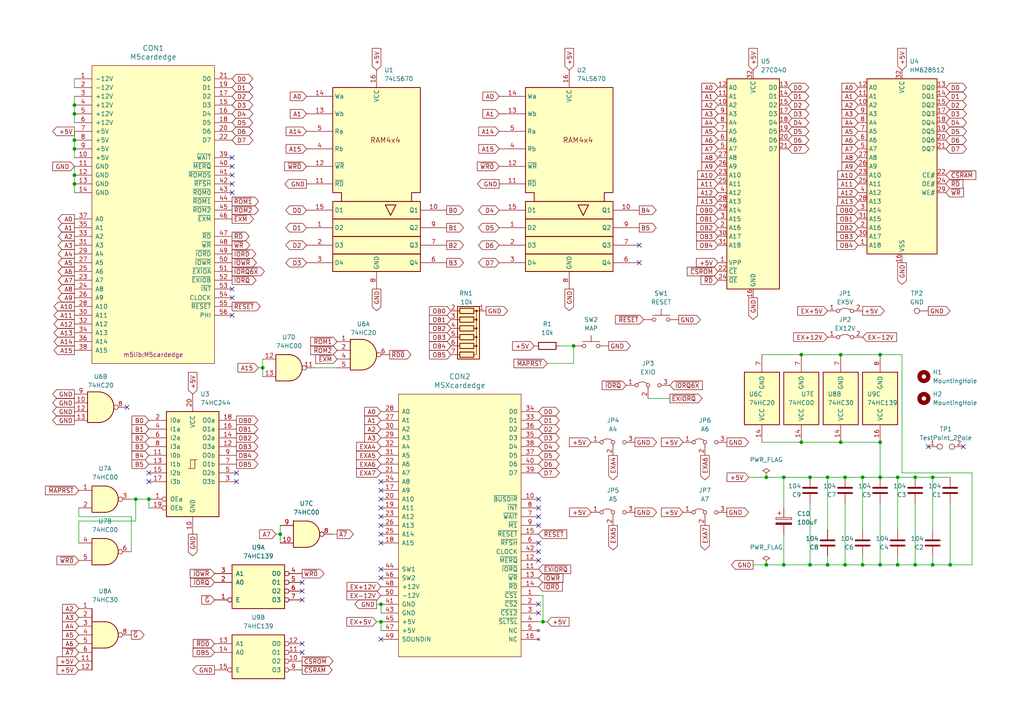
<source format=kicad_sch>
(kicad_sch (version 20230121) (generator eeschema)
  (paper "A4")
  (title_block (title "SORD m5 Memory Mapper (+SD)") (rev "1.11"))
  (lib_symbols
    (symbol "74xx:74LS00" (pin_names (offset 1.016))
      (property "Reference" "U" (at 0 1.27 0))
      (property "Value" "74LS00" (at 0 -1.27 0))
      (symbol "74LS00_1_1"
        (pin input line (at -7.62 2.54 0) (length 3.81) (name "~") (number "1"))
        (pin input line (at -7.62 -2.54 0) (length 3.81) (name "~") (number "2"))
        (pin output inverted (at 7.62 0 180) (length 3.81) (name "~") (number "3"))
      )
      (symbol "74LS00_1_2"
        (pin input inverted (at -7.62 2.54 0) (length 4.318) (name "~") (number "1"))
        (pin input inverted (at -7.62 -2.54 0) (length 4.318) (name "~") (number "2"))
        (pin output line (at 7.62 0 180) (length 3.81) (name "~") (number "3"))
      )
      (symbol "74LS00_2_1"
        (pin input line (at -7.62 2.54 0) (length 3.81) (name "~") (number "4"))
        (pin input line (at -7.62 -2.54 0) (length 3.81) (name "~") (number "5"))
        (pin output inverted (at 7.62 0 180) (length 3.81) (name "~") (number "6"))
      )
      (symbol "74LS00_2_2"
        (pin input inverted (at -7.62 2.54 0) (length 4.318) (name "~") (number "4"))
        (pin input inverted (at -7.62 -2.54 0) (length 4.318) (name "~") (number "5"))
        (pin output line (at 7.62 0 180) (length 3.81) (name "~") (number "6"))
      )
      (symbol "74LS00_3_1"
        (pin input line (at -7.62 -2.54 0) (length 3.81) (name "~") (number "10"))
        (pin output inverted (at 7.62 0 180) (length 3.81) (name "~") (number "8"))
        (pin input line (at -7.62 2.54 0) (length 3.81) (name "~") (number "9"))
      )
      (symbol "74LS00_3_2"
        (pin input inverted (at -7.62 -2.54 0) (length 4.318) (name "~") (number "10"))
        (pin output line (at 7.62 0 180) (length 3.81) (name "~") (number "8"))
        (pin input inverted (at -7.62 2.54 0) (length 4.318) (name "~") (number "9"))
      )
      (symbol "74LS00_4_1"
        (pin output inverted (at 7.62 0 180) (length 3.81) (name "~") (number "11"))
        (pin input line (at -7.62 2.54 0) (length 3.81) (name "~") (number "12"))
        (pin input line (at -7.62 -2.54 0) (length 3.81) (name "~") (number "13"))
      )
      (symbol "74LS00_4_2"
        (pin output line (at 7.62 0 180) (length 3.81) (name "~") (number "11"))
        (pin input inverted (at -7.62 2.54 0) (length 4.318) (name "~") (number "12"))
        (pin input inverted (at -7.62 -2.54 0) (length 4.318) (name "~") (number "13"))
      )
      (symbol "74LS00_5_0"
        (pin power_in line (at 0 12.7 270) (length 5.08) (name "VCC") (number "14"))
        (pin power_in line (at 0 -12.7 90) (length 5.08) (name "GND") (number "7"))
      )
    )
    (symbol "74xx:74LS139" (pin_names (offset 1.016))
      (property "Reference" "U" (at -7.62 8.89 0))
      (property "Value" "74LS139" (at -7.62 -8.89 0))
      (symbol "74LS139_1_0"
        (pin input inverted (at -12.7 -5.08 0) (length 5.08) (name "E") (number "1"))
        (pin input line (at -12.7 0 0) (length 5.08) (name "A0") (number "2"))
        (pin input line (at -12.7 2.54 0) (length 5.08) (name "A1") (number "3"))
        (pin output inverted (at 12.7 2.54 180) (length 5.08) (name "O0") (number "4"))
        (pin output inverted (at 12.7 0 180) (length 5.08) (name "O1") (number "5"))
        (pin output inverted (at 12.7 -2.54 180) (length 5.08) (name "O2") (number "6"))
        (pin output inverted (at 12.7 -5.08 180) (length 5.08) (name "O3") (number "7"))
      )
      (symbol "74LS139_2_0"
        (pin output inverted (at 12.7 -2.54 180) (length 5.08) (name "O2") (number "10"))
        (pin output inverted (at 12.7 0 180) (length 5.08) (name "O1") (number "11"))
        (pin output inverted (at 12.7 2.54 180) (length 5.08) (name "O0") (number "12"))
        (pin input line (at -12.7 2.54 0) (length 5.08) (name "A1") (number "13"))
        (pin input line (at -12.7 0 0) (length 5.08) (name "A0") (number "14"))
        (pin input inverted (at -12.7 -5.08 0) (length 5.08) (name "E") (number "15"))
        (pin output inverted (at 12.7 -5.08 180) (length 5.08) (name "O3") (number "9"))
      )
      (symbol "74LS139_3_0"
        (pin power_in line (at 0 12.7 270) (length 5.08) (name "VCC") (number "16"))
        (pin power_in line (at 0 -12.7 90) (length 5.08) (name "GND") (number "8"))
      )
    )
    (symbol "74xx:74LS20" (pin_names (offset 1.016))
      (property "Reference" "U" (at 0 1.27 0))
      (property "Value" "74LS20" (at 0 -1.27 0))
      (symbol "74LS20_1_1"
        (pin input line (at -7.62 3.81 0) (length 3.81) (name "~") (number "1"))
        (pin input line (at -7.62 1.27 0) (length 3.81) (name "~") (number "2"))
        (pin input line (at -7.62 -1.27 0) (length 3.81) (name "~") (number "4"))
        (pin input line (at -7.62 -3.81 0) (length 3.81) (name "~") (number "5"))
        (pin output inverted (at 7.62 0 180) (length 3.81) (name "~") (number "6"))
      )
      (symbol "74LS20_1_2"
        (pin input inverted (at -7.62 3.81 0) (length 3.81) (name "~") (number "1"))
        (pin input inverted (at -7.62 1.27 0) (length 4.826) (name "~") (number "2"))
        (pin input inverted (at -7.62 -1.27 0) (length 4.826) (name "~") (number "4"))
        (pin input inverted (at -7.62 -3.81 0) (length 3.81) (name "~") (number "5"))
        (pin output line (at 7.62 0 180) (length 3.81) (name "~") (number "6"))
      )
      (symbol "74LS20_2_1"
        (pin input line (at -7.62 1.27 0) (length 3.81) (name "~") (number "10"))
        (pin input line (at -7.62 -1.27 0) (length 3.81) (name "~") (number "12"))
        (pin input line (at -7.62 -3.81 0) (length 3.81) (name "~") (number "13"))
        (pin output inverted (at 7.62 0 180) (length 3.81) (name "~") (number "8"))
        (pin input line (at -7.62 3.81 0) (length 3.81) (name "~") (number "9"))
      )
      (symbol "74LS20_2_2"
        (pin input inverted (at -7.62 1.27 0) (length 4.826) (name "~") (number "10"))
        (pin input inverted (at -7.62 -1.27 0) (length 4.826) (name "~") (number "12"))
        (pin input inverted (at -7.62 -3.81 0) (length 3.81) (name "~") (number "13"))
        (pin output line (at 7.62 0 180) (length 3.81) (name "~") (number "8"))
        (pin input inverted (at -7.62 3.81 0) (length 3.81) (name "~") (number "9"))
      )
      (symbol "74LS20_3_0"
        (pin power_in line (at 0 12.7 270) (length 5.08) (name "VCC") (number "14"))
        (pin power_in line (at 0 -12.7 90) (length 5.08) (name "GND") (number "7"))
      )
    )
    (symbol "74xx:74LS244" (pin_names (offset 1.016))
      (property "Reference" "U" (at -7.62 16.51 0))
      (property "Value" "74LS244" (at -7.62 -16.51 0))
      (symbol "74LS244_1_0"
        (pin input inverted (at -12.7 -10.16 0) (length 5.08) (name "OEa") (number "1"))
        (pin power_in line (at 0 -20.32 90) (length 5.08) (name "GND") (number "10"))
        (pin input line (at -12.7 2.54 0) (length 5.08) (name "I0b") (number "11"))
        (pin tri_state line (at 12.7 5.08 180) (length 5.08) (name "O3a") (number "12"))
        (pin input line (at -12.7 0 0) (length 5.08) (name "I1b") (number "13"))
        (pin tri_state line (at 12.7 7.62 180) (length 5.08) (name "O2a") (number "14"))
        (pin input line (at -12.7 -2.54 0) (length 5.08) (name "I2b") (number "15"))
        (pin tri_state line (at 12.7 10.16 180) (length 5.08) (name "O1a") (number "16"))
        (pin input line (at -12.7 -5.08 0) (length 5.08) (name "I3b") (number "17"))
        (pin tri_state line (at 12.7 12.7 180) (length 5.08) (name "O0a") (number "18"))
        (pin input inverted (at -12.7 -12.7 0) (length 5.08) (name "OEb") (number "19"))
        (pin input line (at -12.7 12.7 0) (length 5.08) (name "I0a") (number "2"))
        (pin power_in line (at 0 20.32 270) (length 5.08) (name "VCC") (number "20"))
        (pin tri_state line (at 12.7 -5.08 180) (length 5.08) (name "O3b") (number "3"))
        (pin input line (at -12.7 10.16 0) (length 5.08) (name "I1a") (number "4"))
        (pin tri_state line (at 12.7 -2.54 180) (length 5.08) (name "O2b") (number "5"))
        (pin input line (at -12.7 7.62 0) (length 5.08) (name "I2a") (number "6"))
        (pin tri_state line (at 12.7 0 180) (length 5.08) (name "O1b") (number "7"))
        (pin input line (at -12.7 5.08 0) (length 5.08) (name "I3a") (number "8"))
        (pin tri_state line (at 12.7 2.54 180) (length 5.08) (name "O0b") (number "9"))
      )
    )
    (symbol "74xx:74LS30" (pin_names (offset 1.016))
      (property "Reference" "U" (at 0 1.27 0))
      (property "Value" "74LS30" (at 0 -1.27 0))
      (symbol "74LS30_1_1"
        (pin input line (at -7.62 7.62 0) (length 3.81) (name "~") (number "1"))
        (pin input line (at -7.62 -7.62 0) (length 3.81) (name "~") (number "11"))
        (pin input line (at -7.62 -10.16 0) (length 3.81) (name "~") (number "12"))
        (pin input line (at -7.62 5.08 0) (length 3.81) (name "~") (number "2"))
        (pin input line (at -7.62 2.54 0) (length 3.81) (name "~") (number "3"))
        (pin input line (at -7.62 0 0) (length 3.81) (name "~") (number "4"))
        (pin input line (at -7.62 -2.54 0) (length 3.81) (name "~") (number "5"))
        (pin input line (at -7.62 -5.08 0) (length 3.81) (name "~") (number "6"))
        (pin output inverted (at 7.62 0 180) (length 3.81) (name "~") (number "8"))
      )
      (symbol "74LS30_1_2"
        (pin input inverted (at -7.62 7.62 0) (length 3.81) (name "~") (number "1"))
        (pin input inverted (at -7.62 -7.62 0) (length 3.81) (name "~") (number "11"))
        (pin input inverted (at -7.62 -10.16 0) (length 3.81) (name "~") (number "12"))
        (pin input inverted (at -7.62 5.08 0) (length 3.81) (name "~") (number "2"))
        (pin input inverted (at -7.62 2.54 0) (length 4.5466) (name "~") (number "3"))
        (pin input inverted (at -7.62 0 0) (length 5.08) (name "~") (number "4"))
        (pin input inverted (at -7.62 -2.54 0) (length 4.5466) (name "~") (number "5"))
        (pin input inverted (at -7.62 -5.08 0) (length 3.81) (name "~") (number "6"))
        (pin output line (at 7.62 0 180) (length 3.81) (name "~") (number "8"))
      )
      (symbol "74LS30_2_0"
        (pin power_in line (at 0 12.7 270) (length 5.08) (name "VCC") (number "14"))
        (pin power_in line (at 0 -12.7 90) (length 5.08) (name "GND") (number "7"))
      )
    )
    (symbol "74xx_IEEE:74LS670"
      (property "Reference" "U" (at 15.24 20.32 0))
      (property "Value" "74LS670" (at 12.7 -30.48 0))
      (symbol "74LS670_0_0"
        (text "RAM4x4" (at 2.54 12.7 0) (effects (font (size 1.524 1.524))))
        (pin power_in line (at 0 33.02 270) (length 5.08) (name "VCC") (number "16"))
        (pin power_in line (at 0 -30.48 90) (length 5.08) (name "GND") (number "8"))
      )
      (symbol "74LS670_1_1"
        (pin input line (at -20.32 -12.7 0) (length 7.62) (name "D2") (number "1"))
        (pin tri_state line (at 20.32 -7.62 180) (length 7.62) (name "Q1") (number "10"))
        (pin input line (at -20.32 0 0) (length 7.62) (name "~{RD}") (number "11"))
        (pin input line (at -20.32 5.08 0) (length 7.62) (name "~{WR}") (number "12"))
        (pin input line (at -20.32 20.32 0) (length 7.62) (name "Wb") (number "13"))
        (pin input line (at -20.32 25.4 0) (length 7.62) (name "Wa") (number "14"))
        (pin input line (at -20.32 -7.62 0) (length 7.62) (name "D1") (number "15"))
        (pin input line (at -20.32 -17.78 0) (length 7.62) (name "D3") (number "2"))
        (pin input line (at -20.32 -22.86 0) (length 7.62) (name "D4") (number "3"))
        (pin input line (at -20.32 10.16 0) (length 7.62) (name "Rb") (number "4"))
        (pin input line (at -20.32 15.24 0) (length 7.62) (name "Ra") (number "5"))
        (pin tri_state line (at 20.32 -22.86 180) (length 7.62) (name "Q4") (number "6"))
        (pin tri_state line (at 20.32 -17.78 180) (length 7.62) (name "Q3") (number "7"))
        (pin tri_state line (at 20.32 -12.7 180) (length 7.62) (name "Q2") (number "9"))
      )
    )
    (symbol "Connector:TestPoint" (pin_numbers hide) (pin_names (offset 0.762) hide)
      (property "Reference" "TP" (at 0 6.858 0))
      (property "Value" "TestPoint" (at 0 5.08 0))
      (symbol "TestPoint_1_1"
        (pin passive line (at 0 0 90) (length 2.54) (name "1") (number "1"))
      )
    )
    (symbol "Connector:TestPoint_2Pole" (pin_names (offset 0.762) hide)
      (property "Reference" "TP" (at 0 1.524 0))
      (property "Value" "TestPoint_2Pole" (at 0 -1.778 0))
      (symbol "TestPoint_2Pole_0_1"
        (pin passive line (at -5.08 0 0) (length 2.54) (name "1") (number "1"))
        (pin passive line (at 5.08 0 180) (length 2.54) (name "2") (number "2"))
      )
    )
    (symbol "Device:C" (pin_numbers hide) (pin_names (offset 0.254))
      (property "Reference" "C" (at 0.635 2.54 0))
      (property "Value" "C" (at 0.635 -2.54 0))
      (symbol "C_1_1"
        (pin passive line (at 0 3.81 270) (length 2.794) (name "~") (number "1"))
        (pin passive line (at 0 -3.81 90) (length 2.794) (name "~") (number "2"))
      )
    )
    (symbol "Device:C_Polarized" (pin_numbers hide) (pin_names (offset 0.254))
      (property "Reference" "C" (at 0.635 2.54 0))
      (property "Value" "C_Polarized" (at 0.635 -2.54 0))
      (symbol "C_Polarized_1_1"
        (pin passive line (at 0 3.81 270) (length 2.794) (name "~") (number "1"))
        (pin passive line (at 0 -3.81 90) (length 2.794) (name "~") (number "2"))
      )
    )
    (symbol "Device:R" (pin_numbers hide) (pin_names (offset 0))
      (property "Reference" "R" (at 2.032 0 90))
      (property "Value" "R" (at 0 0 90))
      (symbol "R_1_1"
        (pin passive line (at 0 3.81 270) (length 1.27) (name "~") (number "1"))
        (pin passive line (at 0 -3.81 90) (length 1.27) (name "~") (number "2"))
      )
    )
    (symbol "Device:R_Network06" (pin_names (offset 0) hide)
      (property "Reference" "RN" (at -10.16 0 90))
      (property "Value" "R_Network06" (at 7.62 0 90))
      (symbol "R_Network06_1_1"
        (pin passive line (at -7.62 5.08 270) (length 2.54) (name "common") (number "1"))
        (pin passive line (at -7.62 -5.08 90) (length 1.27) (name "R1") (number "2"))
        (pin passive line (at -5.08 -5.08 90) (length 1.27) (name "R2") (number "3"))
        (pin passive line (at -2.54 -5.08 90) (length 1.27) (name "R3") (number "4"))
        (pin passive line (at 0 -5.08 90) (length 1.27) (name "R4") (number "5"))
        (pin passive line (at 2.54 -5.08 90) (length 1.27) (name "R5") (number "6"))
        (pin passive line (at 5.08 -5.08 90) (length 1.27) (name "R6") (number "7"))
      )
    )
    (symbol "Jumper:Jumper_2_Bridged" (pin_names (offset 0) hide)
      (property "Reference" "JP" (at 0 1.905 0))
      (property "Value" "Jumper_2_Bridged" (at 0 -2.54 0))
      (symbol "Jumper_2_Bridged_1_1"
        (pin passive line (at -5.08 0 0) (length 2.54) (name "A") (number "1"))
        (pin passive line (at 5.08 0 180) (length 2.54) (name "B") (number "2"))
      )
    )
    (symbol "Jumper:Jumper_3_Bridged12" (pin_names (offset 0) hide)
      (property "Reference" "JP" (at -2.54 -2.54 0))
      (property "Value" "Jumper_3_Bridged12" (at 0 2.794 0))
      (symbol "Jumper_3_Bridged12_1_1"
        (pin passive line (at -6.35 0 0) (length 2.54) (name "A") (number "1"))
        (pin passive line (at 0 -3.81 90) (length 2.54) (name "C") (number "2"))
        (pin passive line (at 6.35 0 180) (length 2.54) (name "B") (number "3"))
      )
    )
    (symbol "MSXlib:MSXcardedge" (pin_names (offset 1.016))
      (property "Reference" "CON" (at -2.54 19.05 0))
      (property "Value" "MSXcardedge" (at -7.62 11.43 0))
      (symbol "MSXcardedge_1_0"
        (pin output line (at 22.86 -20.32 180) (length 5) (name "~{CS1}") (number "1"))
        (pin input line (at 22.86 7.62 180) (length 5) (name "~{BUSDIR}") (number "10"))
        (pin output line (at 22.86 -12.7 180) (length 5) (name "~{IORQ}") (number "11"))
        (pin output line (at 22.86 -10.16 180) (length 5) (name "~{MERQ}") (number "12"))
        (pin output line (at 22.86 -15.24 180) (length 5) (name "~{WR}") (number "13"))
        (pin output line (at 22.86 -17.78 180) (length 5) (name "~{RD}") (number "14"))
        (pin output line (at 22.86 -2.54 180) (length 5) (name "~{RESET}") (number "15"))
        (pin no_connect line (at 22.86 -33.02 180) (length 5) (name "NC") (number "16"))
        (pin output line (at -22.86 10.16 0) (length 5) (name "A9") (number "17"))
        (pin output line (at -22.86 -5.08 0) (length 5) (name "A15") (number "18"))
        (pin output line (at -22.86 5.08 0) (length 5) (name "A11") (number "19"))
        (pin output line (at 22.86 -22.86 180) (length 5) (name "~{CS2}") (number "2"))
        (pin output line (at -22.86 7.62 0) (length 5) (name "A10") (number "20"))
        (pin output line (at -22.86 15.24 0) (length 5) (name "A7") (number "21"))
        (pin output line (at -22.86 17.78 0) (length 5) (name "A6") (number "22"))
        (pin output line (at -22.86 2.54 0) (length 5) (name "A12") (number "23"))
        (pin output line (at -22.86 12.7 0) (length 5) (name "A8") (number "24"))
        (pin output line (at -22.86 -2.54 0) (length 5) (name "A14") (number "25"))
        (pin output line (at -22.86 0 0) (length 5) (name "A13") (number "26"))
        (pin output line (at -22.86 30.48 0) (length 5) (name "A1") (number "27"))
        (pin output line (at -22.86 33.02 0) (length 5) (name "A0") (number "28"))
        (pin output line (at -22.86 25.4 0) (length 5) (name "A3") (number "29"))
        (pin output line (at 22.86 -25.4 180) (length 5) (name "~{CS12}") (number "3"))
        (pin output line (at -22.86 27.94 0) (length 5) (name "A2") (number "30"))
        (pin output line (at -22.86 20.32 0) (length 5) (name "A5") (number "31"))
        (pin output line (at -22.86 22.86 0) (length 5) (name "A4") (number "32"))
        (pin bidirectional line (at 22.86 30.48 180) (length 5) (name "D1") (number "33"))
        (pin bidirectional line (at 22.86 33.02 180) (length 5) (name "D0") (number "34"))
        (pin bidirectional line (at 22.86 25.4 180) (length 5) (name "D3") (number "35"))
        (pin bidirectional line (at 22.86 27.94 180) (length 5) (name "D2") (number "36"))
        (pin bidirectional line (at 22.86 20.32 180) (length 5) (name "D5") (number "37"))
        (pin bidirectional line (at 22.86 22.86 180) (length 5) (name "D4") (number "38"))
        (pin bidirectional line (at 22.86 15.24 180) (length 5) (name "D7") (number "39"))
        (pin output line (at 22.86 -27.94 180) (length 5) (name "~{SLTSL}") (number "4"))
        (pin bidirectional line (at 22.86 17.78 180) (length 5) (name "D6") (number "40"))
        (pin power_in line (at -22.86 -22.86 0) (length 5) (name "GND") (number "41"))
        (pin output line (at 22.86 -7.62 180) (length 5) (name "CLOCK") (number "42"))
        (pin power_in line (at -22.86 -25.4 0) (length 5) (name "GND") (number "43"))
        (pin bidirectional line (at -22.86 -12.7 0) (length 5) (name "SW1") (number "44"))
        (pin power_out line (at -22.86 -27.94 0) (length 5) (name "+5V") (number "45"))
        (pin bidirectional line (at -22.86 -15.24 0) (length 5) (name "SW2") (number "46"))
        (pin power_out line (at -22.86 -30.48 0) (length 5) (name "+5V") (number "47"))
        (pin power_out line (at -22.86 -17.78 0) (length 5) (name "+12V") (number "48"))
        (pin input line (at -22.86 -33.02 0) (length 5) (name "SOUNDIN") (number "49"))
        (pin no_connect line (at 22.86 -30.48 180) (length 5) (name "NC") (number "5"))
        (pin power_out line (at -22.86 -20.32 0) (length 5) (name "-12V") (number "50"))
        (pin output line (at 22.86 -5.08 180) (length 5) (name "~{RFSH}") (number "6"))
        (pin open_collector line (at 22.86 2.54 180) (length 5) (name "~{WAIT}") (number "7"))
        (pin open_collector line (at 22.86 5.08 180) (length 5) (name "~{INT}") (number "8"))
        (pin output line (at 22.86 0 180) (length 5) (name "~{M1}") (number "9"))
      )
    )
    (symbol "Mechanical:MountingHole" (pin_names (offset 1.016))
      (property "Reference" "H" (at 0 5.08 0))
      (property "Value" "MountingHole" (at 0 3.175 0))
    )
    (symbol "Memory_EPROM:27C040"
      (property "Reference" "U" (at -7.62 31.75 0))
      (property "Value" "27C040" (at 2.54 -31.75 0))
      (symbol "27C040_1_1"
        (pin input line (at -10.16 -22.86 0) (length 2.54) (name "VPP") (number "1"))
        (pin input line (at -10.16 22.86 0) (length 2.54) (name "A2") (number "10"))
        (pin input line (at -10.16 25.4 0) (length 2.54) (name "A1") (number "11"))
        (pin input line (at -10.16 27.94 0) (length 2.54) (name "A0") (number "12"))
        (pin tri_state line (at 10.16 27.94 180) (length 2.54) (name "D0") (number "13"))
        (pin tri_state line (at 10.16 25.4 180) (length 2.54) (name "D1") (number "14"))
        (pin tri_state line (at 10.16 22.86 180) (length 2.54) (name "D2") (number "15"))
        (pin power_in line (at 0 -33.02 90) (length 2.54) (name "GND") (number "16"))
        (pin tri_state line (at 10.16 20.32 180) (length 2.54) (name "D3") (number "17"))
        (pin tri_state line (at 10.16 17.78 180) (length 2.54) (name "D4") (number "18"))
        (pin tri_state line (at 10.16 15.24 180) (length 2.54) (name "D5") (number "19"))
        (pin input line (at -10.16 -12.7 0) (length 2.54) (name "A16") (number "2"))
        (pin tri_state line (at 10.16 12.7 180) (length 2.54) (name "D6") (number "20"))
        (pin tri_state line (at 10.16 10.16 180) (length 2.54) (name "D7") (number "21"))
        (pin input line (at -10.16 -25.4 0) (length 2.54) (name "~{CE}") (number "22"))
        (pin input line (at -10.16 2.54 0) (length 2.54) (name "A10") (number "23"))
        (pin input line (at -10.16 -27.94 0) (length 2.54) (name "~{OE}") (number "24"))
        (pin input line (at -10.16 0 0) (length 2.54) (name "A11") (number "25"))
        (pin input line (at -10.16 5.08 0) (length 2.54) (name "A9") (number "26"))
        (pin input line (at -10.16 7.62 0) (length 2.54) (name "A8") (number "27"))
        (pin input line (at -10.16 -5.08 0) (length 2.54) (name "A13") (number "28"))
        (pin input line (at -10.16 -7.62 0) (length 2.54) (name "A14") (number "29"))
        (pin input line (at -10.16 -10.16 0) (length 2.54) (name "A15") (number "3"))
        (pin input line (at -10.16 -15.24 0) (length 2.54) (name "A17") (number "30"))
        (pin input line (at -10.16 -17.78 0) (length 2.54) (name "A18") (number "31"))
        (pin power_in line (at 0 33.02 270) (length 2.54) (name "VCC") (number "32"))
        (pin input line (at -10.16 -2.54 0) (length 2.54) (name "A12") (number "4"))
        (pin input line (at -10.16 10.16 0) (length 2.54) (name "A7") (number "5"))
        (pin input line (at -10.16 12.7 0) (length 2.54) (name "A6") (number "6"))
        (pin input line (at -10.16 15.24 0) (length 2.54) (name "A5") (number "7"))
        (pin input line (at -10.16 17.78 0) (length 2.54) (name "A4") (number "8"))
        (pin input line (at -10.16 20.32 0) (length 2.54) (name "A3") (number "9"))
      )
    )
    (symbol "Switch:SW_MEC_5G" (pin_numbers hide) (pin_names (offset 1.016) hide)
      (property "Reference" "SW1" (at 0 7.62 0))
      (property "Value" "RESET" (at 0 5.08 0))
      (symbol "SW_MEC_5G_0_1"
        (pin passive line (at -5.08 0 0) (length 2.54) (name "A") (number "1"))
      )
      (symbol "SW_MEC_5G_1_1"
        (pin passive line (at -5.08 0 0) (length 2.54) hide (name "A") (number "2"))
        (pin passive line (at 5.08 0 180) (length 2.54) (name "B") (number "2"))
        (pin passive line (at 5.08 0 180) (length 2.54) hide (name "B") (number "4"))
      )
    )
    (symbol "m5lib:HM628512"
      (property "Reference" "U" (at -10.16 26.035 0))
      (property "Value" "HM628512" (at 2.54 26.035 0))
      (symbol "HM628512_0_0"
        (pin power_in line (at 0 27.94 270) (length 2.54) (name "VCC") (number "32"))
      )
      (symbol "HM628512_1_0"
        (pin power_out line (at 0 -27.94 90) (length 2.54) (name "VSS") (number "16"))
      )
      (symbol "HM628512_1_1"
        (pin input line (at -12.7 -22.86 0) (length 2.54) (name "A18") (number "1"))
        (pin input line (at -12.7 17.78 0) (length 2.54) (name "A2") (number "10"))
        (pin input line (at -12.7 20.32 0) (length 2.54) (name "A1") (number "11"))
        (pin input line (at -12.7 22.86 0) (length 2.54) (name "A0") (number "12"))
        (pin tri_state line (at 12.7 22.86 180) (length 2.54) (name "DQ0") (number "13"))
        (pin tri_state line (at 12.7 20.32 180) (length 2.54) (name "DQ1") (number "14"))
        (pin tri_state line (at 12.7 17.78 180) (length 2.54) (name "DQ2") (number "15"))
        (pin tri_state line (at 12.7 15.24 180) (length 2.54) (name "DQ3") (number "17"))
        (pin tri_state line (at 12.7 12.7 180) (length 2.54) (name "DQ4") (number "18"))
        (pin tri_state line (at 12.7 10.16 180) (length 2.54) (name "DQ5") (number "19"))
        (pin input line (at -12.7 -17.78 0) (length 2.54) (name "A16") (number "2"))
        (pin tri_state line (at 12.7 7.62 180) (length 2.54) (name "DQ6") (number "20"))
        (pin tri_state line (at 12.7 5.08 180) (length 2.54) (name "DQ7") (number "21"))
        (pin input line (at 12.7 -2.54 180) (length 2.54) (name "CE#") (number "22"))
        (pin input line (at -12.7 -2.54 0) (length 2.54) (name "A10") (number "23"))
        (pin input line (at 12.7 -5.08 180) (length 2.54) (name "OE#") (number "24"))
        (pin input line (at -12.7 -5.08 0) (length 2.54) (name "A11") (number "25"))
        (pin input line (at -12.7 0 0) (length 2.54) (name "A9") (number "26"))
        (pin input line (at -12.7 2.54 0) (length 2.54) (name "A8") (number "27"))
        (pin input line (at -12.7 -10.16 0) (length 2.54) (name "A13") (number "28"))
        (pin input line (at 12.7 -7.62 180) (length 2.54) (name "WE#") (number "29"))
        (pin input line (at -12.7 -12.7 0) (length 2.54) (name "A14") (number "3"))
        (pin input line (at -12.7 -20.32 0) (length 2.54) (name "A17") (number "30"))
        (pin input line (at -12.7 -15.24 0) (length 2.54) (name "A15") (number "31"))
        (pin input line (at -12.7 -7.62 0) (length 2.54) (name "A12") (number "4"))
        (pin input line (at -12.7 5.08 0) (length 2.54) (name "A7") (number "5"))
        (pin input line (at -12.7 7.62 0) (length 2.54) (name "A6") (number "6"))
        (pin input line (at -12.7 10.16 0) (length 2.54) (name "A5") (number "7"))
        (pin input line (at -12.7 12.7 0) (length 2.54) (name "A4") (number "8"))
        (pin input line (at -12.7 15.24 0) (length 2.54) (name "A3") (number "9"))
      )
    )
    (symbol "m5lib:M5cardedge" (pin_names (offset 1.016))
      (property "Reference" "CON" (at -2.54 8.89 0))
      (property "Value" "M5cardedge" (at -7.62 1.27 0))
      (symbol "M5cardedge_1_0"
        (pin power_out line (at -22.86 33.02 0) (length 5) (name "-12V") (number "1"))
        (pin power_out line (at -22.86 10.16 0) (length 5) (name "+5V") (number "10"))
        (pin power_in line (at -22.86 7.62 0) (length 5) (name "GND") (number "11"))
        (pin power_in line (at -22.86 5.08 0) (length 5) (name "GND") (number "12"))
        (pin power_in line (at -22.86 2.54 0) (length 5) (name "GND") (number "13"))
        (pin power_in line (at -22.86 0 0) (length 5) (name "GND") (number "14"))
        (pin bidirectional line (at 22.86 25.4 180) (length 5) (name "D3") (number "15"))
        (pin bidirectional line (at 22.86 22.86 180) (length 5) (name "D4") (number "16"))
        (pin bidirectional line (at 22.86 27.94 180) (length 5) (name "D2") (number "17"))
        (pin bidirectional line (at 22.86 20.32 180) (length 5) (name "D5") (number "18"))
        (pin bidirectional line (at 22.86 30.48 180) (length 5) (name "D1") (number "19"))
        (pin power_out line (at -22.86 30.48 0) (length 5) (name "-12V") (number "2"))
        (pin bidirectional line (at 22.86 17.78 180) (length 5) (name "D6") (number "20"))
        (pin bidirectional line (at 22.86 33.02 180) (length 5) (name "D0") (number "21"))
        (pin bidirectional line (at 22.86 15.24 180) (length 5) (name "D7") (number "22"))
        (pin output line (at -22.86 -25.4 0) (length 5) (name "A7") (number "23"))
        (pin output line (at -22.86 -27.94 0) (length 5) (name "A8") (number "24"))
        (pin output line (at -22.86 -22.86 0) (length 5) (name "A6") (number "25"))
        (pin output line (at -22.86 -30.48 0) (length 5) (name "A9") (number "26"))
        (pin output line (at -22.86 -20.32 0) (length 5) (name "A5") (number "27"))
        (pin output line (at -22.86 -33.02 0) (length 5) (name "A10") (number "28"))
        (pin output line (at -22.86 -17.78 0) (length 5) (name "A4") (number "29"))
        (pin power_out line (at -22.86 27.94 0) (length 5) (name "+12V") (number "3"))
        (pin output line (at -22.86 -35.56 0) (length 5) (name "A11") (number "30"))
        (pin output line (at -22.86 -15.24 0) (length 5) (name "A3") (number "31"))
        (pin output line (at -22.86 -38.1 0) (length 5) (name "A12") (number "32"))
        (pin output line (at -22.86 -12.7 0) (length 5) (name "A2") (number "33"))
        (pin output line (at -22.86 -40.64 0) (length 5) (name "A13") (number "34"))
        (pin output line (at -22.86 -10.16 0) (length 5) (name "A1") (number "35"))
        (pin output line (at -22.86 -43.18 0) (length 5) (name "A14") (number "36"))
        (pin output line (at -22.86 -7.62 0) (length 5) (name "A0") (number "37"))
        (pin output line (at -22.86 -45.72 0) (length 5) (name "A15") (number "38"))
        (pin open_collector line (at 22.86 10.16 180) (length 5) (name "~{WAIT}") (number "39"))
        (pin power_out line (at -22.86 25.4 0) (length 5) (name "+12V") (number "4"))
        (pin output line (at 22.86 7.62 180) (length 5) (name "~{MERQ}") (number "40"))
        (pin input line (at 22.86 5.08 180) (length 5) (name "~{ROMDS}") (number "41"))
        (pin output line (at 22.86 2.54 180) (length 5) (name "~{RFSH}") (number "42"))
        (pin output line (at 22.86 0 180) (length 5) (name "~{ROM0}") (number "43"))
        (pin output line (at 22.86 -2.54 180) (length 5) (name "~{ROM1}") (number "44"))
        (pin output line (at 22.86 -5.08 180) (length 5) (name "~{ROM2}") (number "45"))
        (pin output line (at 22.86 -7.62 180) (length 5) (name "~{EXM}") (number "46"))
        (pin output line (at 22.86 -12.7 180) (length 5) (name "~{RD}") (number "47"))
        (pin output line (at 22.86 -15.24 180) (length 5) (name "~{WR}") (number "48"))
        (pin output line (at 22.86 -17.78 180) (length 5) (name "~{IORD}") (number "49"))
        (pin power_out line (at -22.86 22.86 0) (length 5) (name "+12V") (number "5"))
        (pin output line (at 22.86 -20.32 180) (length 5) (name "~{IOWR}") (number "50"))
        (pin output line (at 22.86 -22.86 180) (length 5) (name "~{EXIOA}") (number "51"))
        (pin output line (at 22.86 -25.4 180) (length 5) (name "~{EXIOB}") (number "52"))
        (pin open_collector line (at 22.86 -27.94 180) (length 5) (name "~{INT}") (number "53"))
        (pin output line (at 22.86 -30.48 180) (length 5) (name "CLOCK") (number "54"))
        (pin output line (at 22.86 -33.02 180) (length 5) (name "~{RESET}") (number "55"))
        (pin output line (at 22.86 -35.56 180) (length 5) (name "PHI") (number "56"))
        (pin power_out line (at -22.86 20.32 0) (length 5) (name "+12V") (number "6"))
        (pin power_out line (at -22.86 17.78 0) (length 5) (name "+5V") (number "7"))
        (pin power_out line (at -22.86 15.24 0) (length 5) (name "+5V") (number "8"))
        (pin power_out line (at -22.86 12.7 0) (length 5) (name "+5V") (number "9"))
      )
    )
    (symbol "power:PWR_FLAG" (power) (pin_numbers hide) (pin_names (offset 0) hide)
      (property "Value" "PWR_FLAG" (at 0 3.81 0))
      (symbol "PWR_FLAG_0_0"
        (pin power_out line (at 0 0 90) (length 0) (name "pwr") (number "1"))
      )
    )
  )
  (junction (at 81.28 154.94))
  (junction (at 255.27 102.87))
  (junction (at 21.59 50.8))
  (junction (at 255.27 138.43))
  (junction (at 166.37 100.33))
  (junction (at 260.35 163.83))
  (junction (at 222.25 163.83))
  (junction (at 234.95 138.43))
  (junction (at 232.41 128.27))
  (junction (at 76.2 106.68))
  (junction (at 227.33 163.83))
  (junction (at 234.95 163.83))
  (junction (at 250.19 163.83))
  (junction (at 222.25 138.43))
  (junction (at 275.59 163.83))
  (junction (at 110.49 180.34))
  (junction (at 260.35 138.43))
  (junction (at 255.27 128.27))
  (junction (at 270.51 138.43))
  (junction (at 39.37 144.78))
  (junction (at 21.59 53.34))
  (junction (at 21.59 43.18))
  (junction (at 157.48 180.34))
  (junction (at 245.11 138.43))
  (junction (at 21.59 30.48))
  (junction (at 250.19 138.43))
  (junction (at 240.03 138.43))
  (junction (at 240.03 163.83))
  (junction (at 227.33 138.43))
  (junction (at 265.43 138.43))
  (junction (at 232.41 102.87))
  (junction (at 265.43 163.83))
  (junction (at 245.11 163.83))
  (junction (at 110.49 175.26))
  (junction (at 43.18 144.78))
  (junction (at 21.59 33.02))
  (junction (at 243.84 102.87))
  (junction (at 21.59 40.64))
  (junction (at 255.27 163.83))
  (junction (at 270.51 163.83))
  (junction (at 243.84 128.27))
  (no_connect (at 87.63 189.23))
  (no_connect (at 156.21 177.8))
  (no_connect (at 67.31 50.8))
  (no_connect (at 110.49 152.4))
  (no_connect (at 67.31 48.26))
  (no_connect (at 87.63 173.99))
  (no_connect (at 87.63 168.91))
  (no_connect (at 110.49 142.24))
  (no_connect (at 185.42 76.2))
  (no_connect (at 185.42 71.12))
  (no_connect (at 43.18 137.16))
  (no_connect (at 67.31 86.36))
  (no_connect (at 110.49 149.86))
  (no_connect (at 67.31 53.34))
  (no_connect (at 110.49 147.32))
  (no_connect (at 279.4 129.54))
  (no_connect (at 156.21 144.78))
  (no_connect (at 110.49 154.94))
  (no_connect (at 67.31 55.88))
  (no_connect (at 67.31 91.44))
  (no_connect (at 156.21 147.32))
  (no_connect (at 43.18 139.7))
  (no_connect (at 110.49 185.42))
  (no_connect (at 87.63 186.69))
  (no_connect (at 36.83 118.11))
  (no_connect (at 67.31 83.82))
  (no_connect (at 68.58 139.7))
  (no_connect (at 110.49 165.1))
  (no_connect (at 68.58 137.16))
  (no_connect (at 110.49 144.78))
  (no_connect (at 87.63 171.45))
  (no_connect (at 269.24 129.54))
  (no_connect (at 156.21 152.4))
  (no_connect (at 110.49 167.64))
  (no_connect (at 156.21 149.86))
  (no_connect (at 110.49 157.48))
  (no_connect (at 156.21 160.02))
  (no_connect (at 156.21 162.56))
  (no_connect (at 156.21 157.48))
  (no_connect (at 67.31 45.72))
  (no_connect (at 156.21 175.26))
  (no_connect (at 110.49 139.7))
  (wire (pts (xy 270.51 138.43) (xy 270.51 153.67)))
  (wire (pts (xy 162.56 100.33) (xy 166.37 100.33)))
  (wire (pts (xy 275.59 146.05) (xy 275.59 163.83)))
  (wire (pts (xy 260.35 161.29) (xy 260.35 163.83)))
  (wire (pts (xy 38.1 149.86) (xy 38.1 160.02)))
  (wire (pts (xy 227.33 138.43) (xy 227.33 147.32)))
  (wire (pts (xy 250.19 138.43) (xy 250.19 153.67)))
  (wire (pts (xy 158.75 105.41) (xy 166.37 105.41)))
  (wire (pts (xy 91.44 106.68) (xy 97.79 106.68)))
  (wire (pts (xy 227.33 163.83) (xy 234.95 163.83)))
  (wire (pts (xy 38.1 144.78) (xy 39.37 144.78)))
  (wire (pts (xy 76.2 106.68) (xy 76.2 104.14)))
  (wire (pts (xy 21.59 50.8) (xy 21.59 53.34)))
  (wire (pts (xy 157.48 180.34) (xy 156.21 180.34)))
  (wire (pts (xy 96.52 154.94) (xy 97.79 154.94)))
  (wire (pts (xy 261.62 102.87) (xy 261.62 137.16)))
  (wire (pts (xy 43.18 147.32) (xy 43.18 144.78)))
  (wire (pts (xy 232.41 102.87) (xy 243.84 102.87)))
  (wire (pts (xy 166.37 105.41) (xy 166.37 100.33)))
  (wire (pts (xy 21.59 40.64) (xy 21.59 43.18)))
  (wire (pts (xy 81.28 154.94) (xy 81.28 152.4)))
  (wire (pts (xy 265.43 138.43) (xy 270.51 138.43)))
  (wire (pts (xy 21.59 48.26) (xy 21.59 50.8)))
  (wire (pts (xy 265.43 163.83) (xy 270.51 163.83)))
  (wire (pts (xy 232.41 128.27) (xy 243.84 128.27)))
  (wire (pts (xy 250.19 161.29) (xy 250.19 163.83)))
  (wire (pts (xy 74.93 106.68) (xy 76.2 106.68)))
  (wire (pts (xy 109.22 175.26) (xy 110.49 175.26)))
  (wire (pts (xy 110.49 175.26) (xy 110.49 177.8)))
  (wire (pts (xy 21.59 53.34) (xy 21.59 55.88)))
  (wire (pts (xy 22.86 151.13) (xy 22.86 157.48)))
  (wire (pts (xy 240.03 138.43) (xy 245.11 138.43)))
  (wire (pts (xy 21.59 27.94) (xy 21.59 30.48)))
  (wire (pts (xy 260.35 163.83) (xy 265.43 163.83)))
  (wire (pts (xy 218.44 163.83) (xy 222.25 163.83)))
  (wire (pts (xy 240.03 138.43) (xy 240.03 153.67)))
  (wire (pts (xy 255.27 138.43) (xy 260.35 138.43)))
  (wire (pts (xy 260.35 153.67) (xy 260.35 138.43)))
  (wire (pts (xy 39.37 144.78) (xy 39.37 151.13)))
  (wire (pts (xy 217.17 138.43) (xy 222.25 138.43)))
  (wire (pts (xy 265.43 146.05) (xy 265.43 163.83)))
  (wire (pts (xy 243.84 102.87) (xy 255.27 102.87)))
  (wire (pts (xy 222.25 163.83) (xy 227.33 163.83)))
  (wire (pts (xy 21.59 33.02) (xy 21.59 35.56)))
  (wire (pts (xy 234.95 163.83) (xy 240.03 163.83)))
  (wire (pts (xy 21.59 43.18) (xy 21.59 45.72)))
  (wire (pts (xy 227.33 154.94) (xy 227.33 163.83)))
  (wire (pts (xy 80.01 154.94) (xy 81.28 154.94)))
  (wire (pts (xy 234.95 146.05) (xy 234.95 163.83)))
  (wire (pts (xy 81.28 154.94) (xy 81.28 157.48)))
  (wire (pts (xy 240.03 163.83) (xy 245.11 163.83)))
  (wire (pts (xy 270.51 138.43) (xy 275.59 138.43)))
  (wire (pts (xy 245.11 138.43) (xy 250.19 138.43)))
  (wire (pts (xy 234.95 138.43) (xy 240.03 138.43)))
  (wire (pts (xy 110.49 180.34) (xy 110.49 182.88)))
  (wire (pts (xy 157.48 172.72) (xy 157.48 180.34)))
  (wire (pts (xy 227.33 138.43) (xy 234.95 138.43)))
  (wire (pts (xy 220.98 128.27) (xy 232.41 128.27)))
  (wire (pts (xy 270.51 163.83) (xy 275.59 163.83)))
  (wire (pts (xy 76.2 106.68) (xy 76.2 109.22)))
  (wire (pts (xy 22.86 147.32) (xy 22.86 149.86)))
  (wire (pts (xy 39.37 151.13) (xy 22.86 151.13)))
  (wire (pts (xy 222.25 138.43) (xy 227.33 138.43)))
  (wire (pts (xy 243.84 128.27) (xy 255.27 128.27)))
  (wire (pts (xy 21.59 22.86) (xy 21.59 25.4)))
  (wire (pts (xy 109.22 180.34) (xy 110.49 180.34)))
  (wire (pts (xy 250.19 138.43) (xy 255.27 138.43)))
  (wire (pts (xy 255.27 163.83) (xy 260.35 163.83)))
  (wire (pts (xy 261.62 137.16) (xy 281.94 137.16)))
  (wire (pts (xy 39.37 144.78) (xy 43.18 144.78)))
  (wire (pts (xy 240.03 161.29) (xy 240.03 163.83)))
  (wire (pts (xy 245.11 146.05) (xy 245.11 163.83)))
  (wire (pts (xy 21.59 38.1) (xy 21.59 40.64)))
  (wire (pts (xy 255.27 128.27) (xy 255.27 138.43)))
  (wire (pts (xy 270.51 161.29) (xy 270.51 163.83)))
  (wire (pts (xy 158.75 180.34) (xy 157.48 180.34)))
  (wire (pts (xy 250.19 163.83) (xy 255.27 163.83)))
  (wire (pts (xy 22.86 149.86) (xy 38.1 149.86)))
  (wire (pts (xy 281.94 163.83) (xy 275.59 163.83)))
  (wire (pts (xy 260.35 138.43) (xy 265.43 138.43)))
  (wire (pts (xy 255.27 146.05) (xy 255.27 163.83)))
  (wire (pts (xy 245.11 163.83) (xy 250.19 163.83)))
  (wire (pts (xy 21.59 30.48) (xy 21.59 33.02)))
  (wire (pts (xy 194.31 115.57) (xy 187.96 115.57)))
  (wire (pts (xy 255.27 102.87) (xy 261.62 102.87)))
  (wire (pts (xy 220.98 102.87) (xy 232.41 102.87)))
  (wire (pts (xy 156.21 172.72) (xy 157.48 172.72)))
  (wire (pts (xy 281.94 137.16) (xy 281.94 163.83)))
  (global_label "+5V" (shape input) (at 217.17 138.43 180) (property "Intersheetrefs" "${INTERSHEET_REFS}" (effects hide)))
  (global_label "A2" (shape input) (at 248.92 30.48 180) (property "Intersheetrefs" "${INTERSHEET_REFS}" (effects hide)))
  (global_label "A0" (shape input) (at 110.49 119.38 180) (property "Intersheetrefs" "${INTERSHEET_REFS}" (effects hide)))
  (global_label "A2" (shape input) (at 22.86 176.53 180) (property "Intersheetrefs" "${INTERSHEET_REFS}" (effects hide)))
  (global_label "A3" (shape input) (at 248.92 33.02 180) (property "Intersheetrefs" "${INTERSHEET_REFS}" (effects hide)))
  (global_label "GND" (shape output) (at 109.22 83.82 270) (property "Intersheetrefs" "${INTERSHEET_REFS}" (effects hide)))
  (global_label "~{RESET}" (shape input) (at 156.21 154.94 0) (property "Intersheetrefs" "${INTERSHEET_REFS}" (effects hide)))
  (global_label "~{IORD}" (shape output) (at 67.31 73.66 0) (property "Intersheetrefs" "${INTERSHEET_REFS}" (effects hide)))
  (global_label "+5V" (shape input) (at 158.75 180.34 0) (property "Intersheetrefs" "${INTERSHEET_REFS}" (effects hide)))
  (global_label "GND" (shape output) (at 196.85 92.71 0) (property "Intersheetrefs" "${INTERSHEET_REFS}" (effects hide)))
  (global_label "D0" (shape bidirectional) (at 156.21 119.38 0) (property "Intersheetrefs" "${INTERSHEET_REFS}" (effects hide)))
  (global_label "B5" (shape input) (at 43.18 134.62 180) (property "Intersheetrefs" "${INTERSHEET_REFS}" (effects hide)))
  (global_label "A6" (shape input) (at 22.86 186.69 180) (property "Intersheetrefs" "${INTERSHEET_REFS}" (effects hide)))
  (global_label "D2" (shape bidirectional) (at 67.31 27.94 0) (property "Intersheetrefs" "${INTERSHEET_REFS}" (effects hide)))
  (global_label "~{RESET}" (shape input) (at 186.69 92.71 180) (property "Intersheetrefs" "${INTERSHEET_REFS}" (effects hide)))
  (global_label "~{ROM2}" (shape output) (at 67.31 60.96 0) (property "Intersheetrefs" "${INTERSHEET_REFS}" (effects hide)))
  (global_label "~{A7}" (shape output) (at 97.79 154.94 0) (property "Intersheetrefs" "${INTERSHEET_REFS}" (effects hide)))
  (global_label "~{CSRAM}" (shape output) (at 87.63 194.31 0) (property "Intersheetrefs" "${INTERSHEET_REFS}" (effects hide)))
  (global_label "D5" (shape bidirectional) (at 144.78 66.04 180) (property "Intersheetrefs" "${INTERSHEET_REFS}" (effects hide)))
  (global_label "OB3" (shape input) (at 248.92 68.58 180) (property "Intersheetrefs" "${INTERSHEET_REFS}" (effects hide)))
  (global_label "EXA6" (shape output) (at 204.47 132.08 270) (property "Intersheetrefs" "${INTERSHEET_REFS}" (effects hide)))
  (global_label "D2" (shape bidirectional) (at 274.32 30.48 0) (property "Intersheetrefs" "${INTERSHEET_REFS}" (effects hide)))
  (global_label "D3" (shape bidirectional) (at 88.9 76.2 180) (property "Intersheetrefs" "${INTERSHEET_REFS}" (effects hide)))
  (global_label "D5" (shape bidirectional) (at 228.6 38.1 0) (property "Intersheetrefs" "${INTERSHEET_REFS}" (effects hide)))
  (global_label "A13" (shape input) (at 248.92 58.42 180) (property "Intersheetrefs" "${INTERSHEET_REFS}" (effects hide)))
  (global_label "B1" (shape output) (at 129.54 66.04 0) (property "Intersheetrefs" "${INTERSHEET_REFS}" (effects hide)))
  (global_label "A1" (shape input) (at 248.92 27.94 180) (property "Intersheetrefs" "${INTERSHEET_REFS}" (effects hide)))
  (global_label "A5" (shape input) (at 208.28 38.1 180) (property "Intersheetrefs" "${INTERSHEET_REFS}" (effects hide)))
  (global_label "+5V" (shape input) (at 22.86 194.31 180) (property "Intersheetrefs" "${INTERSHEET_REFS}" (effects hide)))
  (global_label "OB5" (shape input) (at 130.81 102.87 180) (property "Intersheetrefs" "${INTERSHEET_REFS}" (effects hide)))
  (global_label "GND" (shape output) (at 21.59 119.38 180) (property "Intersheetrefs" "${INTERSHEET_REFS}" (effects hide)))
  (global_label "A12" (shape input) (at 208.28 55.88 180) (property "Intersheetrefs" "${INTERSHEET_REFS}" (effects hide)))
  (global_label "A10" (shape input) (at 208.28 50.8 180) (property "Intersheetrefs" "${INTERSHEET_REFS}" (effects hide)))
  (global_label "A7" (shape input) (at 248.92 43.18 180) (property "Intersheetrefs" "${INTERSHEET_REFS}" (effects hide)))
  (global_label "OB0" (shape output) (at 68.58 121.92 0) (property "Intersheetrefs" "${INTERSHEET_REFS}" (effects hide)))
  (global_label "D1" (shape bidirectional) (at 274.32 27.94 0) (property "Intersheetrefs" "${INTERSHEET_REFS}" (effects hide)))
  (global_label "A0" (shape output) (at 21.59 63.5 180) (property "Intersheetrefs" "${INTERSHEET_REFS}" (effects hide)))
  (global_label "+5V" (shape input) (at 171.45 148.59 180) (property "Intersheetrefs" "${INTERSHEET_REFS}" (effects hide)))
  (global_label "A5" (shape output) (at 21.59 76.2 180) (property "Intersheetrefs" "${INTERSHEET_REFS}" (effects hide)))
  (global_label "A12" (shape input) (at 248.92 55.88 180) (property "Intersheetrefs" "${INTERSHEET_REFS}" (effects hide)))
  (global_label "GND" (shape output) (at 261.62 76.2 270) (property "Intersheetrefs" "${INTERSHEET_REFS}" (effects hide)))
  (global_label "GND" (shape output) (at 210.82 128.27 0) (property "Intersheetrefs" "${INTERSHEET_REFS}" (effects hide)))
  (global_label "~{WR}" (shape input) (at 274.32 55.88 0) (property "Intersheetrefs" "${INTERSHEET_REFS}" (effects hide)))
  (global_label "D6" (shape bidirectional) (at 67.31 38.1 0) (property "Intersheetrefs" "${INTERSHEET_REFS}" (effects hide)))
  (global_label "GND" (shape output) (at 165.1 83.82 270) (property "Intersheetrefs" "${INTERSHEET_REFS}" (effects hide)))
  (global_label "A12" (shape output) (at 21.59 93.98 180) (property "Intersheetrefs" "${INTERSHEET_REFS}" (effects hide)))
  (global_label "~{G}" (shape input) (at 62.23 173.99 180) (property "Intersheetrefs" "${INTERSHEET_REFS}" (effects hide)))
  (global_label "OB1" (shape input) (at 208.28 63.5 180) (property "Intersheetrefs" "${INTERSHEET_REFS}" (effects hide)))
  (global_label "D1" (shape bidirectional) (at 67.31 25.4 0) (property "Intersheetrefs" "${INTERSHEET_REFS}" (effects hide)))
  (global_label "~{MAPRST}" (shape input) (at 158.75 105.41 180) (property "Intersheetrefs" "${INTERSHEET_REFS}" (effects hide)))
  (global_label "~{RD}" (shape input) (at 208.28 81.28 180) (property "Intersheetrefs" "${INTERSHEET_REFS}" (effects hide)))
  (global_label "A14" (shape output) (at 21.59 99.06 180) (property "Intersheetrefs" "${INTERSHEET_REFS}" (effects hide)))
  (global_label "A4" (shape input) (at 208.28 35.56 180) (property "Intersheetrefs" "${INTERSHEET_REFS}" (effects hide)))
  (global_label "A3" (shape output) (at 21.59 71.12 180) (property "Intersheetrefs" "${INTERSHEET_REFS}" (effects hide)))
  (global_label "+5V" (shape input) (at 55.88 114.3 90) (property "Intersheetrefs" "${INTERSHEET_REFS}" (effects hide)))
  (global_label "OB0" (shape input) (at 208.28 60.96 180) (property "Intersheetrefs" "${INTERSHEET_REFS}" (effects hide)))
  (global_label "~{IOWR}" (shape input) (at 156.21 167.64 0) (property "Intersheetrefs" "${INTERSHEET_REFS}" (effects hide)))
  (global_label "A3" (shape input) (at 110.49 127 180) (property "Intersheetrefs" "${INTERSHEET_REFS}" (effects hide)))
  (global_label "EXA6" (shape input) (at 110.49 134.62 180) (property "Intersheetrefs" "${INTERSHEET_REFS}" (effects hide)))
  (global_label "A4" (shape input) (at 22.86 181.61 180) (property "Intersheetrefs" "${INTERSHEET_REFS}" (effects hide)))
  (global_label "A3" (shape input) (at 208.28 33.02 180) (property "Intersheetrefs" "${INTERSHEET_REFS}" (effects hide)))
  (global_label "OB0" (shape input) (at 130.81 90.17 180) (property "Intersheetrefs" "${INTERSHEET_REFS}" (effects hide)))
  (global_label "~{WR0}" (shape output) (at 87.63 166.37 0) (property "Intersheetrefs" "${INTERSHEET_REFS}" (effects hide)))
  (global_label "D5" (shape bidirectional) (at 156.21 132.08 0) (property "Intersheetrefs" "${INTERSHEET_REFS}" (effects hide)))
  (global_label "~{WR0}" (shape input) (at 144.78 48.26 180) (property "Intersheetrefs" "${INTERSHEET_REFS}" (effects hide)))
  (global_label "D6" (shape bidirectional) (at 144.78 71.12 180) (property "Intersheetrefs" "${INTERSHEET_REFS}" (effects hide)))
  (global_label "GND" (shape output) (at 144.78 53.34 180) (property "Intersheetrefs" "${INTERSHEET_REFS}" (effects hide)))
  (global_label "D7" (shape bidirectional) (at 144.78 76.2 180) (property "Intersheetrefs" "${INTERSHEET_REFS}" (effects hide)))
  (global_label "~{ROM1}" (shape input) (at 97.79 99.06 180) (property "Intersheetrefs" "${INTERSHEET_REFS}" (effects hide)))
  (global_label "A8" (shape input) (at 208.28 45.72 180) (property "Intersheetrefs" "${INTERSHEET_REFS}" (effects hide)))
  (global_label "A15" (shape input) (at 88.9 43.18 180) (property "Intersheetrefs" "${INTERSHEET_REFS}" (effects hide)))
  (global_label "+5V" (shape output) (at 21.59 38.1 180) (property "Intersheetrefs" "${INTERSHEET_REFS}" (effects hide)))
  (global_label "OB1" (shape input) (at 248.92 63.5 180) (property "Intersheetrefs" "${INTERSHEET_REFS}" (effects hide)))
  (global_label "~{EXIORQ}" (shape input) (at 156.21 165.1 0) (property "Intersheetrefs" "${INTERSHEET_REFS}" (effects hide)))
  (global_label "~{A7}" (shape input) (at 22.86 189.23 180) (property "Intersheetrefs" "${INTERSHEET_REFS}" (effects hide)))
  (global_label "EXA7" (shape output) (at 204.47 152.4 270) (property "Intersheetrefs" "${INTERSHEET_REFS}" (effects hide)))
  (global_label "A13" (shape output) (at 21.59 96.52 180) (property "Intersheetrefs" "${INTERSHEET_REFS}" (effects hide)))
  (global_label "D4" (shape bidirectional) (at 156.21 129.54 0) (property "Intersheetrefs" "${INTERSHEET_REFS}" (effects hide)))
  (global_label "~{EXIORQ}" (shape output) (at 194.31 115.57 0) (property "Intersheetrefs" "${INTERSHEET_REFS}" (effects hide)))
  (global_label "GND" (shape output) (at 218.44 163.83 180) (property "Intersheetrefs" "${INTERSHEET_REFS}" (effects hide)))
  (global_label "B0" (shape output) (at 129.54 60.96 0) (property "Intersheetrefs" "${INTERSHEET_REFS}" (effects hide)))
  (global_label "D3" (shape bidirectional) (at 228.6 33.02 0) (property "Intersheetrefs" "${INTERSHEET_REFS}" (effects hide)))
  (global_label "OB2" (shape input) (at 130.81 95.25 180) (property "Intersheetrefs" "${INTERSHEET_REFS}" (effects hide)))
  (global_label "D7" (shape bidirectional) (at 228.6 43.18 0) (property "Intersheetrefs" "${INTERSHEET_REFS}" (effects hide)))
  (global_label "A2" (shape input) (at 208.28 30.48 180) (property "Intersheetrefs" "${INTERSHEET_REFS}" (effects hide)))
  (global_label "D4" (shape bidirectional) (at 228.6 35.56 0) (property "Intersheetrefs" "${INTERSHEET_REFS}" (effects hide)))
  (global_label "GND" (shape output) (at 21.59 116.84 180) (property "Intersheetrefs" "${INTERSHEET_REFS}" (effects hide)))
  (global_label "~{IORQ6X}" (shape output) (at 67.31 78.74 0) (property "Intersheetrefs" "${INTERSHEET_REFS}" (effects hide)))
  (global_label "~{MAPRST}" (shape input) (at 22.86 142.24 180) (property "Intersheetrefs" "${INTERSHEET_REFS}" (effects hide)))
  (global_label "A8" (shape output) (at 21.59 83.82 180) (property "Intersheetrefs" "${INTERSHEET_REFS}" (effects hide)))
  (global_label "~{RD0}" (shape output) (at 113.03 102.87 0) (property "Intersheetrefs" "${INTERSHEET_REFS}" (effects hide)))
  (global_label "A15" (shape input) (at 74.93 106.68 180) (property "Intersheetrefs" "${INTERSHEET_REFS}" (effects hide)))
  (global_label "D3" (shape bidirectional) (at 274.32 33.02 0) (property "Intersheetrefs" "${INTERSHEET_REFS}" (effects hide)))
  (global_label "D1" (shape bidirectional) (at 228.6 27.94 0) (property "Intersheetrefs" "${INTERSHEET_REFS}" (effects hide)))
  (global_label "GND" (shape output) (at 62.23 194.31 180) (property "Intersheetrefs" "${INTERSHEET_REFS}" (effects hide)))
  (global_label "~{RD}" (shape input) (at 274.32 53.34 0) (property "Intersheetrefs" "${INTERSHEET_REFS}" (effects hide)))
  (global_label "EXA5" (shape input) (at 110.49 132.08 180) (property "Intersheetrefs" "${INTERSHEET_REFS}" (effects hide)))
  (global_label "GND" (shape output) (at 21.59 121.92 180) (property "Intersheetrefs" "${INTERSHEET_REFS}" (effects hide)))
  (global_label "A0" (shape input) (at 248.92 25.4 180) (property "Intersheetrefs" "${INTERSHEET_REFS}" (effects hide)))
  (global_label "A3" (shape input) (at 22.86 179.07 180) (property "Intersheetrefs" "${INTERSHEET_REFS}" (effects hide)))
  (global_label "B3" (shape input) (at 43.18 129.54 180) (property "Intersheetrefs" "${INTERSHEET_REFS}" (effects hide)))
  (global_label "A2" (shape input) (at 110.49 124.46 180) (property "Intersheetrefs" "${INTERSHEET_REFS}" (effects hide)))
  (global_label "D1" (shape bidirectional) (at 88.9 66.04 180) (property "Intersheetrefs" "${INTERSHEET_REFS}" (effects hide)))
  (global_label "~{G}" (shape output) (at 38.1 184.15 0) (property "Intersheetrefs" "${INTERSHEET_REFS}" (effects hide)))
  (global_label "~{RD0}" (shape input) (at 62.23 186.69 180) (property "Intersheetrefs" "${INTERSHEET_REFS}" (effects hide)))
  (global_label "~{RD}" (shape output) (at 67.31 68.58 0) (property "Intersheetrefs" "${INTERSHEET_REFS}" (effects hide)))
  (global_label "B2" (shape output) (at 129.54 71.12 0) (property "Intersheetrefs" "${INTERSHEET_REFS}" (effects hide)))
  (global_label "B4" (shape input) (at 43.18 132.08 180) (property "Intersheetrefs" "${INTERSHEET_REFS}" (effects hide)))
  (global_label "A7" (shape input) (at 80.01 154.94 180) (property "Intersheetrefs" "${INTERSHEET_REFS}" (effects hide)))
  (global_label "A7" (shape output) (at 21.59 81.28 180) (property "Intersheetrefs" "${INTERSHEET_REFS}" (effects hide)))
  (global_label "D7" (shape bidirectional) (at 67.31 40.64 0) (property "Intersheetrefs" "${INTERSHEET_REFS}" (effects hide)))
  (global_label "A0" (shape input) (at 144.78 27.94 180) (property "Intersheetrefs" "${INTERSHEET_REFS}" (effects hide)))
  (global_label "D5" (shape bidirectional) (at 274.32 38.1 0) (property "Intersheetrefs" "${INTERSHEET_REFS}" (effects hide)))
  (global_label "A6" (shape input) (at 248.92 40.64 180) (property "Intersheetrefs" "${INTERSHEET_REFS}" (effects hide)))
  (global_label "B4" (shape output) (at 185.42 60.96 0) (property "Intersheetrefs" "${INTERSHEET_REFS}" (effects hide)))
  (global_label "+5V" (shape input) (at 218.44 20.32 90) (property "Intersheetrefs" "${INTERSHEET_REFS}" (effects hide)))
  (global_label "A6" (shape input) (at 208.28 40.64 180) (property "Intersheetrefs" "${INTERSHEET_REFS}" (effects hide)))
  (global_label "EXA4" (shape output) (at 177.8 132.08 270) (property "Intersheetrefs" "${INTERSHEET_REFS}" (effects hide)))
  (global_label "B5" (shape output) (at 185.42 66.04 0) (property "Intersheetrefs" "${INTERSHEET_REFS}" (effects hide)))
  (global_label "OB4" (shape input) (at 208.28 71.12 180) (property "Intersheetrefs" "${INTERSHEET_REFS}" (effects hide)))
  (global_label "D1" (shape bidirectional) (at 156.21 121.92 0) (property "Intersheetrefs" "${INTERSHEET_REFS}" (effects hide)))
  (global_label "~{CSRAM}" (shape input) (at 274.32 50.8 0) (property "Intersheetrefs" "${INTERSHEET_REFS}" (effects hide)))
  (global_label "A9" (shape output) (at 21.59 86.36 180) (property "Intersheetrefs" "${INTERSHEET_REFS}" (effects hide)))
  (global_label "A2" (shape output) (at 21.59 68.58 180) (property "Intersheetrefs" "${INTERSHEET_REFS}" (effects hide)))
  (global_label "GND" (shape output) (at 55.88 154.94 270) (property "Intersheetrefs" "${INTERSHEET_REFS}" (effects hide)))
  (global_label "GND" (shape output) (at 218.44 86.36 270) (property "Intersheetrefs" "${INTERSHEET_REFS}" (effects hide)))
  (global_label "~{IORQ}" (shape output) (at 67.31 81.28 0) (property "Intersheetrefs" "${INTERSHEET_REFS}" (effects hide)))
  (global_label "+5V" (shape input) (at 165.1 20.32 90) (property "Intersheetrefs" "${INTERSHEET_REFS}" (effects hide)))
  (global_label "A10" (shape input) (at 248.92 50.8 180) (property "Intersheetrefs" "${INTERSHEET_REFS}" (effects hide)))
  (global_label "GND" (shape output) (at 210.82 148.59 0) (property "Intersheetrefs" "${INTERSHEET_REFS}" (effects hide)))
  (global_label "D4" (shape bidirectional) (at 67.31 33.02 0) (property "Intersheetrefs" "${INTERSHEET_REFS}" (effects hide)))
  (global_label "A0" (shape input) (at 88.9 27.94 180) (property "Intersheetrefs" "${INTERSHEET_REFS}" (effects hide)))
  (global_label "A15" (shape output) (at 21.59 101.6 180) (property "Intersheetrefs" "${INTERSHEET_REFS}" (effects hide)))
  (global_label "OB3" (shape input) (at 208.28 68.58 180) (property "Intersheetrefs" "${INTERSHEET_REFS}" (effects hide)))
  (global_label "OB5" (shape output) (at 68.58 134.62 0) (property "Intersheetrefs" "${INTERSHEET_REFS}" (effects hide)))
  (global_label "~{RESET}" (shape output) (at 67.31 88.9 0) (property "Intersheetrefs" "${INTERSHEET_REFS}" (effects hide)))
  (global_label "~{IORD}" (shape input) (at 156.21 170.18 0) (property "Intersheetrefs" "${INTERSHEET_REFS}" (effects hide)))
  (global_label "A0" (shape input) (at 208.28 25.4 180) (property "Intersheetrefs" "${INTERSHEET_REFS}" (effects hide)))
  (global_label "A4" (shape output) (at 21.59 73.66 180) (property "Intersheetrefs" "${INTERSHEET_REFS}" (effects hide)))
  (global_label "EX+5V" (shape input) (at 109.22 180.34 180) (property "Intersheetrefs" "${INTERSHEET_REFS}" (effects hide)))
  (global_label "EXA4" (shape input) (at 110.49 129.54 180) (property "Intersheetrefs" "${INTERSHEET_REFS}" (effects hide)))
  (global_label "A15" (shape input) (at 144.78 43.18 180) (property "Intersheetrefs" "${INTERSHEET_REFS}" (effects hide)))
  (global_label "A1" (shape output) (at 21.59 66.04 180) (property "Intersheetrefs" "${INTERSHEET_REFS}" (effects hide)))
  (global_label "OB1" (shape output) (at 68.58 124.46 0) (property "Intersheetrefs" "${INTERSHEET_REFS}" (effects hide)))
  (global_label "~{WR0}" (shape input) (at 22.86 162.56 180) (property "Intersheetrefs" "${INTERSHEET_REFS}" (effects hide)))
  (global_label "~{CSROM}" (shape output) (at 87.63 191.77 0) (property "Intersheetrefs" "${INTERSHEET_REFS}" (effects hide)))
  (global_label "+5V" (shape input) (at 22.86 191.77 180) (property "Intersheetrefs" "${INTERSHEET_REFS}" (effects hide)))
  (global_label "GND" (shape output) (at 109.22 175.26 180) (property "Intersheetrefs" "${INTERSHEET_REFS}" (effects hide)))
  (global_label "~{IOWR}" (shape input) (at 62.23 166.37 180) (property "Intersheetrefs" "${INTERSHEET_REFS}" (effects hide)))
  (global_label "~{ROM1}" (shape output) (at 67.31 58.42 0) (property "Intersheetrefs" "${INTERSHEET_REFS}" (effects hide)))
  (global_label "D6" (shape bidirectional) (at 228.6 40.64 0) (property "Intersheetrefs" "${INTERSHEET_REFS}" (effects hide)))
  (global_label "EX-12V" (shape input) (at 250.19 97.79 0) (property "Intersheetrefs" "${INTERSHEET_REFS}" (effects hide)))
  (global_label "GND" (shape output) (at 176.53 100.33 0) (property "Intersheetrefs" "${INTERSHEET_REFS}" (effects hide)))
  (global_label "+5V" (shape input) (at 208.28 76.2 180) (property "Intersheetrefs" "${INTERSHEET_REFS}" (effects hide)))
  (global_label "D4" (shape bidirectional) (at 144.78 60.96 180) (property "Intersheetrefs" "${INTERSHEET_REFS}" (effects hide)))
  (global_label "A1" (shape input) (at 110.49 121.92 180) (property "Intersheetrefs" "${INTERSHEET_REFS}" (effects hide)))
  (global_label "OB2" (shape output) (at 68.58 127 0) (property "Intersheetrefs" "${INTERSHEET_REFS}" (effects hide)))
  (global_label "D5" (shape bidirectional) (at 67.31 35.56 0) (property "Intersheetrefs" "${INTERSHEET_REFS}" (effects hide)))
  (global_label "GND" (shape output) (at 184.15 148.59 0) (property "Intersheetrefs" "${INTERSHEET_REFS}" (effects hide)))
  (global_label "D0" (shape bidirectional) (at 88.9 60.96 180) (property "Intersheetrefs" "${INTERSHEET_REFS}" (effects hide)))
  (global_label "+5V" (shape input) (at 198.12 128.27 180) (property "Intersheetrefs" "${INTERSHEET_REFS}" (effects hide)))
  (global_label "OB2" (shape input) (at 248.92 66.04 180) (property "Intersheetrefs" "${INTERSHEET_REFS}" (effects hide)))
  (global_label "B1" (shape input) (at 43.18 124.46 180) (property "Intersheetrefs" "${INTERSHEET_REFS}" (effects hide)))
  (global_label "~{EXM}" (shape input) (at 97.79 104.14 180) (property "Intersheetrefs" "${INTERSHEET_REFS}" (effects hide)))
  (global_label "A14" (shape input) (at 88.9 38.1 180) (property "Intersheetrefs" "${INTERSHEET_REFS}" (effects hide)))
  (global_label "D6" (shape bidirectional) (at 274.32 40.64 0) (property "Intersheetrefs" "${INTERSHEET_REFS}" (effects hide)))
  (global_label "A11" (shape input) (at 208.28 53.34 180) (property "Intersheetrefs" "${INTERSHEET_REFS}" (effects hide)))
  (global_label "OB4" (shape input) (at 130.81 100.33 180) (property "Intersheetrefs" "${INTERSHEET_REFS}" (effects hide)))
  (global_label "GND" (shape output) (at 140.97 90.17 0) (property "Intersheetrefs" "${INTERSHEET_REFS}" (effects hide)))
  (global_label "GND" (shape output) (at 184.15 128.27 0) (property "Intersheetrefs" "${INTERSHEET_REFS}" (effects hide)))
  (global_label "~{WR0}" (shape input) (at 88.9 48.26 180) (property "Intersheetrefs" "${INTERSHEET_REFS}" (effects hide)))
  (global_label "EX-12V" (shape input) (at 110.49 172.72 180) (property "Intersheetrefs" "${INTERSHEET_REFS}" (effects hide)))
  (global_label "D7" (shape bidirectional) (at 274.32 43.18 0) (property "Intersheetrefs" "${INTERSHEET_REFS}" (effects hide)))
  (global_label "B2" (shape input) (at 43.18 127 180) (property "Intersheetrefs" "${INTERSHEET_REFS}" (effects hide)))
  (global_label "EX+12V" (shape input) (at 240.03 97.79 180) (property "Intersheetrefs" "${INTERSHEET_REFS}" (effects hide)))
  (global_label "~{IORQ6X}" (shape input) (at 194.31 111.76 0) (property "Intersheetrefs" "${INTERSHEET_REFS}" (effects hide)))
  (global_label "~{IOWR}" (shape output) (at 67.31 76.2 0) (property "Intersheetrefs" "${INTERSHEET_REFS}" (effects hide)))
  (global_label "OB4" (shape input) (at 248.92 71.12 180) (property "Intersheetrefs" "${INTERSHEET_REFS}" (effects hide)))
  (global_label "D0" (shape bidirectional) (at 228.6 25.4 0) (property "Intersheetrefs" "${INTERSHEET_REFS}" (effects hide)))
  (global_label "D0" (shape bidirectional) (at 274.32 25.4 0) (property "Intersheetrefs" "${INTERSHEET_REFS}" (effects hide)))
  (global_label "GND" (shape output) (at 88.9 53.34 180) (property "Intersheetrefs" "${INTERSHEET_REFS}" (effects hide)))
  (global_label "A7" (shape input) (at 208.28 43.18 180) (property "Intersheetrefs" "${INTERSHEET_REFS}" (effects hide)))
  (global_label "D0" (shape bidirectional) (at 67.31 22.86 0) (property "Intersheetrefs" "${INTERSHEET_REFS}" (effects hide)))
  (global_label "D7" (shape bidirectional) (at 156.21 137.16 0) (property "Intersheetrefs" "${INTERSHEET_REFS}" (effects hide)))
  (global_label "EXA5" (shape output) (at 177.8 152.4 270) (property "Intersheetrefs" "${INTERSHEET_REFS}" (effects hide)))
  (global_label "+5V" (shape input) (at 154.94 100.33 180) (property "Intersheetrefs" "${INTERSHEET_REFS}" (effects hide)))
  (global_label "~{WR}" (shape output) (at 67.31 71.12 0) (property "Intersheetrefs" "${INTERSHEET_REFS}" (effects hide)))
  (global_label "D3" (shape bidirectional) (at 67.31 30.48 0) (property "Intersheetrefs" "${INTERSHEET_REFS}" (effects hide)))
  (global_label "OB3" (shape output) (at 68.58 129.54 0) (property "Intersheetrefs" "${INTERSHEET_REFS}" (effects hide)))
  (global_label "A11" (shape output) (at 21.59 91.44 180) (property "Intersheetrefs" "${INTERSHEET_REFS}" (effects hide)))
  (global_label "OB5" (shape input) (at 62.23 189.23 180) (property "Intersheetrefs" "${INTERSHEET_REFS}" (effects hide)))
  (global_label "GND" (shape output) (at 21.59 114.3 180) (property "Intersheetrefs" "${INTERSHEET_REFS}" (effects hide)))
  (global_label "A10" (shape output) (at 21.59 88.9 180) (property "Intersheetrefs" "${INTERSHEET_REFS}" (effects hide)))
  (global_label "~{CSROM}" (shape input) (at 208.28 78.74 180) (property "Intersheetrefs" "${INTERSHEET_REFS}" (effects hide)))
  (global_label "A4" (shape input) (at 248.92 35.56 180) (property "Intersheetrefs" "${INTERSHEET_REFS}" (effects hide)))
  (global_label "A6" (shape output) (at 21.59 78.74 180) (property "Intersheetrefs" "${INTERSHEET_REFS}" (effects hide)))
  (global_label "~{IORQ}" (shape input) (at 181.61 111.76 180) (property "Intersheetrefs" "${INTERSHEET_REFS}" (effects hide)))
  (global_label "A11" (shape input) (at 248.92 53.34 180) (property "Intersheetrefs" "${INTERSHEET_REFS}" (effects hide)))
  (global_label "D2" (shape bidirectional) (at 88.9 71.12 180) (property "Intersheetrefs" "${INTERSHEET_REFS}" (effects hide)))
  (global_label "GND" (shape output) (at 269.24 90.17 0) (property "Intersheetrefs" "${INTERSHEET_REFS}" (effects hide)))
  (global_label "+5V" (shape input) (at 198.12 148.59 180) (property "Intersheetrefs" "${INTERSHEET_REFS}" (effects hide)))
  (global_label "OB3" (shape input) (at 130.81 97.79 180) (property "Intersheetrefs" "${INTERSHEET_REFS}" (effects hide)))
  (global_label "A9" (shape input) (at 248.92 48.26 180) (property "Intersheetrefs" "${INTERSHEET_REFS}" (effects hide)))
  (global_label "GND" (shape input) (at 21.59 48.26 180) (property "Intersheetrefs" "${INTERSHEET_REFS}" (effects hide)))
  (global_label "+5V" (shape output) (at 250.19 90.17 0) (property "Intersheetrefs" "${INTERSHEET_REFS}" (effects hide)))
  (global_label "+5V" (shape input) (at 261.62 20.32 90) (property "Intersheetrefs" "${INTERSHEET_REFS}" (effects hide)))
  (global_label "OB1" (shape input) (at 130.81 92.71 180) (property "Intersheetrefs" "${INTERSHEET_REFS}" (effects hide)))
  (global_label "~{IORQ}" (shape input) (at 62.23 168.91 180) (property "Intersheetrefs" "${INTERSHEET_REFS}" (effects hide)))
  (global_label "A13" (shape input) (at 208.28 58.42 180) (property "Intersheetrefs" "${INTERSHEET_REFS}" (effects hide)))
  (global_label "D4" (shape bidirectional) (at 274.32 35.56 0) (property "Intersheetrefs" "${INTERSHEET_REFS}" (effects hide)))
  (global_label "OB4" (shape output) (at 68.58 132.08 0) (property "Intersheetrefs" "${INTERSHEET_REFS}" (effects hide)))
  (global_label "D3" (shape bidirectional) (at 156.21 127 0) (property "Intersheetrefs" "${INTERSHEET_REFS}" (effects hide)))
  (global_label "D6" (shape bidirectional) (at 156.21 134.62 0) (property "Intersheetrefs" "${INTERSHEET_REFS}" (effects hide)))
  (global_label "OB0" (shape input) (at 248.92 60.96 180) (property "Intersheetrefs" "${INTERSHEET_REFS}" (effects hide)))
  (global_label "D2" (shape bidirectional) (at 228.6 30.48 0) (property "Intersheetrefs" "${INTERSHEET_REFS}" (effects hide)))
  (global_label "A5" (shape input) (at 248.92 38.1 180) (property "Intersheetrefs" "${INTERSHEET_REFS}" (effects hide)))
  (global_label "EX+5V" (shape input) (at 240.03 90.17 180) (property "Intersheetrefs" "${INTERSHEET_REFS}" (effects hide)))
  (global_label "EX+12V" (shape input) (at 110.49 170.18 180) (property "Intersheetrefs" "${INTERSHEET_REFS}" (effects hide)))
  (global_label "A1" (shape input) (at 208.28 27.94 180) (property "Intersheetrefs" "${INTERSHEET_REFS}" (effects hide)))
  (global_label "B3" (shape output) (at 129.54 76.2 0) (property "Intersheetrefs" "${INTERSHEET_REFS}" (effects hide)))
  (global_label "A9" (shape input) (at 208.28 48.26 180) (property "Intersheetrefs" "${INTERSHEET_REFS}" (effects hide)))
  (global_label "A14" (shape input) (at 144.78 38.1 180) (property "Intersheetrefs" "${INTERSHEET_REFS}" (effects hide)))
  (global_label "D2" (shape bidirectional) (at 156.21 124.46 0) (property "Intersheetrefs" "${INTERSHEET_REFS}" (effects hide)))
  (global_label "A5" (shape input) (at 22.86 184.15 180) (property "Intersheetrefs" "${INTERSHEET_REFS}" (effects hide)))
  (global_label "OB2" (shape input) (at 208.28 66.04 180) (property "Intersheetrefs" "${INTERSHEET_REFS}" (effects hide)))
  (global_label "EXA7" (shape input) (at 110.49 137.16 180) (property "Intersheetrefs" "${INTERSHEET_REFS}" (effects hide)))
  (global_label "A1" (shape input) (at 88.9 33.02 180) (property "Intersheetrefs" "${INTERSHEET_REFS}" (effects hide)))
  (global_label "B0" (shape input) (at 43.18 121.92 180) (property "Intersheetrefs" "${INTERSHEET_REFS}" (effects hide)))
  (global_label "+5V" (shape input) (at 171.45 128.27 180) (property "Intersheetrefs" "${INTERSHEET_REFS}" (effects hide)))
  (global_label "A8" (shape input) (at 248.92 45.72 180) (property "Intersheetrefs" "${INTERSHEET_REFS}" (effects hide)))
  (global_label "~{EXM}" (shape output) (at 67.31 63.5 0) (property "Intersheetrefs" "${INTERSHEET_REFS}" (effects hide)))
  (global_label "+5V" (shape input) (at 109.22 20.32 90) (property "Intersheetrefs" "${INTERSHEET_REFS}" (effects hide)))
  (global_label "A1" (shape input) (at 144.78 33.02 180) (property "Intersheetrefs" "${INTERSHEET_REFS}" (effects hide)))
  (global_label "~{ROM2}" (shape input) (at 97.79 101.6 180) (property "Intersheetrefs" "${INTERSHEET_REFS}" (effects hide)))
  (symbol (lib_id "Jumper:Jumper_3_Bridged12") (at 177.8 128.27 0) (unit 1)
    (property "Reference" "JP4" (at 177.8 121.92 0))
    (property "Value" "A4" (at 177.8 124.46 0))
    (property "Footprint" "Connector_PinHeader_2.54mm:PinHeader_1x03_P2.54mm_Vertical" (effects hide))
  )
  (symbol (lib_id "Memory_EPROM:27C040") (at 218.44 53.34 0) (unit 1)
    (property "Reference" "U5" (at 220.6341 17.78 0) (effects (justify left)))
    (property "Value" "27C040" (at 220.6341 20.32 0) (effects (justify left)))
    (property "Footprint" "Package_DIP:DIP-32_W15.24mm" (effects hide))
    (property "Datasheet" "http://ww1.microchip.com/downloads/en/devicedoc/doc0189.pdf" (effects hide))
  )
  (symbol (lib_id "Device:C_Polarized") (at 227.33 151.13 0) (unit 1)
    (property "Reference" "C10" (at 231.14 148.971 0) (effects (justify left)))
    (property "Value" "100uF" (at 231.14 151.511 0) (effects (justify left)))
    (property "Footprint" "Capacitor_THT:CP_Radial_D5.0mm_P2.50mm" (effects hide))
  )
  (symbol (lib_id "Device:R") (at 158.75 100.33 90) (unit 1)
    (property "Reference" "R1" (at 158.75 93.98 90))
    (property "Value" "10k" (at 158.75 96.52 90))
    (property "Footprint" "Resistor_THT:R_Axial_DIN0207_L6.3mm_D2.5mm_P7.62mm_Horizontal" (effects hide))
  )
  (symbol (lib_id "Device:C") (at 234.95 142.24 180) (unit 1)
    (property "Reference" "C9" (at 232.41 143.51 0) (effects (justify left)))
    (property "Value" "104" (at 232.41 140.97 0) (effects (justify left)))
    (property "Footprint" "Capacitor_THT:C_Disc_D5.0mm_W2.5mm_P2.50mm" (effects hide))
  )
  (symbol (lib_id "74xx:74LS244") (at 55.88 134.62 0) (unit 1)
    (property "Reference" "U3" (at 58.0741 114.3 0) (effects (justify left)))
    (property "Value" "74HC244" (at 58.0741 116.84 0) (effects (justify left)))
    (property "Footprint" "Package_DIP:DIP-20_W7.62mm" (effects hide))
    (property "Datasheet" "http://www.ti.com/lit/ds/symlink/sn74ls244.pdf" (effects hide))
  )
  (symbol (lib_id "Jumper:Jumper_3_Bridged12") (at 187.96 111.76 0) (unit 1)
    (property "Reference" "JP3" (at 187.96 105.41 0))
    (property "Value" "EXIO" (at 187.96 107.95 0))
    (property "Footprint" "Connector_PinHeader_2.54mm:PinHeader_1x03_P2.54mm_Vertical" (effects hide))
  )
  (symbol (lib_id "74xx:74LS139") (at 74.93 168.91 0) (unit 1)
    (property "Reference" "U9" (at 74.93 158.75 0))
    (property "Value" "74HC139" (at 74.93 161.29 0))
    (property "Footprint" "Package_DIP:DIP-16_W7.62mm" (effects hide))
    (property "Datasheet" "http://www.ti.com/lit/ds/symlink/sn74ls139a.pdf" (effects hide))
  )
  (symbol (lib_id "Device:C") (at 250.19 157.48 180) (unit 1)
    (property "Reference" "C6" (at 247.65 158.75 0) (effects (justify left)))
    (property "Value" "104" (at 247.65 156.21 0) (effects (justify left)))
    (property "Footprint" "Capacitor_THT:C_Disc_D5.0mm_W2.5mm_P2.50mm" (effects hide))
  )
  (symbol (lib_id "74xx:74LS00") (at 30.48 160.02 0) (unit 2)
    (property "Reference" "U7" (at 30.4717 151.13 0))
    (property "Value" "74HC00" (at 30.4717 153.67 0))
    (property "Footprint" "Package_DIP:DIP-14_W7.62mm" (effects hide))
    (property "Datasheet" "http://www.ti.com/lit/gpn/sn74ls00" (effects hide))
  )
  (symbol (lib_id "74xx_IEEE:74LS670") (at 165.1 53.34 0) (unit 1)
    (property "Reference" "U2" (at 167.2941 20.32 0) (effects (justify left)))
    (property "Value" "74LS670" (at 167.2941 22.86 0) (effects (justify left)))
    (property "Footprint" "Package_DIP:DIP-16_W7.62mm" (effects hide))
  )
  (symbol (lib_id "Connector:TestPoint_2Pole") (at 274.32 129.54 0) (unit 1)
    (property "Reference" "TP1" (at 274.32 124.46 0))
    (property "Value" "TestPoint_2Pole" (at 274.32 127 0))
    (property "Footprint" "Capacitor_THT:C_Disc_D5.0mm_W2.5mm_P2.50mm" (effects hide))
  )
  (symbol (lib_id "Device:C") (at 260.35 157.48 180) (unit 1)
    (property "Reference" "C4" (at 257.81 158.75 0) (effects (justify left)))
    (property "Value" "104" (at 257.81 156.21 0) (effects (justify left)))
    (property "Footprint" "Capacitor_THT:C_Disc_D5.0mm_W2.5mm_P2.50mm" (effects hide))
  )
  (symbol (lib_id "Jumper:Jumper_2_Bridged") (at 245.11 97.79 0) (unit 1)
    (property "Reference" "JP2" (at 245.11 92.71 0))
    (property "Value" "EX12V" (at 245.11 95.25 0))
    (property "Footprint" "Connector_PinHeader_2.54mm:PinHeader_1x02_P2.54mm_Vertical" (effects hide))
  )
  (symbol (lib_id "Device:C") (at 245.11 142.24 180) (unit 1)
    (property "Reference" "C7" (at 242.57 143.51 0) (effects (justify left)))
    (property "Value" "104" (at 242.57 140.97 0) (effects (justify left)))
    (property "Footprint" "Capacitor_THT:C_Disc_D5.0mm_W2.5mm_P2.50mm" (effects hide))
  )
  (symbol (lib_id "74xx:74LS30") (at 30.48 184.15 0) (unit 1)
    (property "Reference" "U8" (at 30.4717 171.45 0))
    (property "Value" "74HC30" (at 30.4717 173.99 0))
    (property "Footprint" "Package_DIP:DIP-14_W7.62mm" (effects hide))
    (property "Datasheet" "http://www.ti.com/lit/gpn/sn74LS30" (effects hide))
  )
  (symbol (lib_id "Device:R_Network06") (at 135.89 97.79 270) (unit 1)
    (property "Reference" "RN1" (at 137.16 85.09 90) (effects (justify right)))
    (property "Value" "10k" (at 137.16 87.63 90) (effects (justify right)))
    (property "Footprint" "Resistor_THT:R_Array_SIP7" (effects hide))
    (property "Datasheet" "http://www.vishay.com/docs/31509/csc.pdf" (effects hide))
  )
  (symbol (lib_id "Device:C") (at 255.27 142.24 180) (unit 1)
    (property "Reference" "C5" (at 252.73 143.51 0) (effects (justify left)))
    (property "Value" "104" (at 252.73 140.97 0) (effects (justify left)))
    (property "Footprint" "Capacitor_THT:C_Disc_D5.0mm_W2.5mm_P2.50mm" (effects hide))
  )
  (symbol (lib_id "74xx:74LS00") (at 83.82 106.68 0) (unit 4)
    (property "Reference" "U7" (at 83.8117 97.79 0))
    (property "Value" "74HC00" (at 83.8117 100.33 0))
    (property "Footprint" "Package_DIP:DIP-14_W7.62mm" (effects hide))
    (property "Datasheet" "http://www.ti.com/lit/gpn/sn74ls00" (effects hide))
  )
  (symbol (lib_id "Switch:SW_MEC_5G") (at 171.45 100.33 0) (unit 1)
    (property "Reference" "SW2" (at 171.45 92.71 0))
    (property "Value" "MAP" (at 171.45 95.25 0))
    (property "Footprint" "m5lib:SW_PUSH_6mm_H4.3mm_2pin" (effects hide))
    (property "Datasheet" "http://www.apem.com/int/index.php?controller=attachment&id_attachment=488" (effects hide))
  )
  (symbol (lib_id "74xx:74LS20") (at 220.98 115.57 180) (unit 3)
    (property "Reference" "U6" (at 217.17 114.3 0) (effects (justify right)))
    (property "Value" "74HC20" (at 217.17 116.84 0) (effects (justify right)))
    (property "Footprint" "Package_DIP:DIP-14_W7.62mm" (effects hide))
    (property "Datasheet" "http://www.ti.com/lit/gpn/sn74LS20" (effects hide))
  )
  (symbol (lib_id "74xx:74LS139") (at 255.27 115.57 180) (unit 3)
    (property "Reference" "U9" (at 251.46 114.3 0) (effects (justify right)))
    (property "Value" "74HC139" (at 251.46 116.84 0) (effects (justify right)))
    (property "Footprint" "Package_DIP:DIP-16_W7.62mm" (effects hide))
    (property "Datasheet" "http://www.ti.com/lit/ds/symlink/sn74ls139a.pdf" (effects hide))
  )
  (symbol (lib_id "Device:C") (at 240.03 157.48 180) (unit 1)
    (property "Reference" "C8" (at 237.49 158.75 0) (effects (justify left)))
    (property "Value" "104" (at 237.49 156.21 0) (effects (justify left)))
    (property "Footprint" "Capacitor_THT:C_Disc_D5.0mm_W2.5mm_P2.50mm" (effects hide))
  )
  (symbol (lib_id "74xx_IEEE:74LS670") (at 109.22 53.34 0) (unit 1)
    (property "Reference" "U1" (at 111.4141 20.32 0) (effects (justify left)))
    (property "Value" "74LS670" (at 111.4141 22.86 0) (effects (justify left)))
    (property "Footprint" "Package_DIP:DIP-16_W7.62mm" (effects hide))
  )
  (symbol (lib_id "Jumper:Jumper_3_Bridged12") (at 204.47 148.59 0) (unit 1)
    (property "Reference" "JP7" (at 204.47 142.24 0))
    (property "Value" "A7" (at 204.47 144.78 0))
    (property "Footprint" "Connector_PinHeader_2.54mm:PinHeader_1x03_P2.54mm_Vertical" (effects hide))
  )
  (symbol (lib_id "Jumper:Jumper_3_Bridged12") (at 177.8 148.59 0) (unit 1)
    (property "Reference" "JP5" (at 177.8 142.24 0))
    (property "Value" "A5" (at 177.8 144.78 0))
    (property "Footprint" "Connector_PinHeader_2.54mm:PinHeader_1x03_P2.54mm_Vertical" (effects hide))
  )
  (symbol (lib_id "power:PWR_FLAG") (at 222.25 163.83 0) (unit 1)
    (property "Reference" "#FLG02" (effects hide))
    (property "Value" "PWR_FLAG" (at 222.25 158.75 0))
  )
  (symbol (lib_id "Jumper:Jumper_2_Bridged") (at 245.11 90.17 0) (unit 1)
    (property "Reference" "JP1" (at 245.11 85.09 0))
    (property "Value" "EX5V" (at 245.11 87.63 0))
    (property "Footprint" "Connector_PinHeader_2.54mm:PinHeader_1x02_P2.54mm_Vertical" (effects hide))
  )
  (symbol (lib_id "74xx:74LS00") (at 232.41 115.57 180) (unit 5)
    (property "Reference" "U7" (at 236.22 114.3 0) (effects (justify left)))
    (property "Value" "74HC00" (at 236.22 116.84 0) (effects (justify left)))
    (property "Footprint" "Package_DIP:DIP-14_W7.62mm" (effects hide))
    (property "Datasheet" "http://www.ti.com/lit/gpn/sn74ls00" (effects hide))
  )
  (symbol (lib_id "power:PWR_FLAG") (at 222.25 138.43 0) (unit 1)
    (property "Reference" "#FLG01" (effects hide))
    (property "Value" "PWR_FLAG" (at 222.25 133.35 0))
  )
  (symbol (lib_id "Device:C") (at 270.51 157.48 180) (unit 1)
    (property "Reference" "C2" (at 267.97 158.75 0) (effects (justify left)))
    (property "Value" "104" (at 267.97 156.21 0) (effects (justify left)))
    (property "Footprint" "Capacitor_THT:C_Disc_D5.0mm_W2.5mm_P2.50mm" (effects hide))
  )
  (symbol (lib_id "m5lib:HM628512") (at 261.62 48.26 0) (unit 1)
    (property "Reference" "U4" (at 263.8141 17.78 0) (effects (justify left)))
    (property "Value" "HM628512" (at 263.8141 20.32 0) (effects (justify left)))
    (property "Footprint" "Package_DIP:DIP-32_W15.24mm" (effects hide))
    (property "Datasheet" "https://www.alliancememory.com/wp-content/uploads/pdf/AS6C4008.pdf" (effects hide))
  )
  (symbol (lib_id "74xx:74LS00") (at 88.9 154.94 0) (unit 3)
    (property "Reference" "U7" (at 88.8917 146.05 0))
    (property "Value" "74HC00" (at 88.8917 148.59 0))
    (property "Footprint" "Package_DIP:DIP-14_W7.62mm" (effects hide))
    (property "Datasheet" "http://www.ti.com/lit/gpn/sn74ls00" (effects hide))
  )
  (symbol (lib_id "Mechanical:MountingHole") (at 267.97 109.22 0) (unit 1)
    (property "Reference" "H1" (at 270.51 107.95 0) (effects (justify left)))
    (property "Value" "MountingHole" (at 270.51 110.49 0) (effects (justify left)))
    (property "Footprint" "MountingHole:MountingHole_4.5mm" (effects hide))
  )
  (symbol (lib_id "MSXlib:MSXcardedge") (at 133.35 152.4 0) (unit 1)
    (property "Reference" "CON2" (at 133.35 109.22 0) (effects (font (size 1.4986 1.4986))))
    (property "Value" "MSXcardedge" (at 133.35 111.76 0) (effects (font (size 1.4986 1.4986))))
    (property "Footprint" "m5lib:50_pin_edge_female" (effects hide))
  )
  (symbol (lib_id "74xx:74LS00") (at 30.48 144.78 0) (unit 1)
    (property "Reference" "U7" (at 30.4717 135.89 0))
    (property "Value" "74HC00" (at 30.4717 138.43 0))
    (property "Footprint" "Package_DIP:DIP-14_W7.62mm" (effects hide))
    (property "Datasheet" "http://www.ti.com/lit/gpn/sn74ls00" (effects hide))
  )
  (symbol (lib_id "74xx:74LS139") (at 74.93 189.23 0) (unit 2)
    (property "Reference" "U9" (at 74.93 179.07 0))
    (property "Value" "74HC139" (at 74.93 181.61 0))
    (property "Footprint" "Package_DIP:DIP-16_W7.62mm" (effects hide))
    (property "Datasheet" "http://www.ti.com/lit/ds/symlink/sn74ls139a.pdf" (effects hide))
  )
  (symbol (lib_id "Switch:SW_MEC_5G") (at 191.77 92.71 0) (unit 1)
    (property "Reference" "SW1" (at 191.77 85.09 0))
    (property "Value" "RESET" (at 191.77 87.63 0))
    (property "Footprint" "m5lib:SW_PUSH_6mm_H4.3mm_2pin" (effects hide))
    (property "Datasheet" "http://www.apem.com/int/index.php?controller=attachment&id_attachment=488" (effects hide))
  )
  (symbol (lib_id "Device:C") (at 275.59 142.24 180) (unit 1)
    (property "Reference" "C1" (at 273.05 143.51 0) (effects (justify left)))
    (property "Value" "104" (at 273.05 140.97 0) (effects (justify left)))
    (property "Footprint" "Capacitor_THT:C_Disc_D5.0mm_W2.5mm_P2.50mm" (effects hide))
  )
  (symbol (lib_id "Mechanical:MountingHole") (at 267.97 115.57 0) (unit 1)
    (property "Reference" "H2" (at 270.51 114.3 0) (effects (justify left)))
    (property "Value" "MountingHole" (at 270.51 116.84 0) (effects (justify left)))
    (property "Footprint" "MountingHole:MountingHole_4.5mm" (effects hide))
  )
  (symbol (lib_id "74xx:74LS20") (at 105.41 102.87 0) (unit 1)
    (property "Reference" "U6" (at 105.4003 93.98 0))
    (property "Value" "74HC20" (at 105.4003 96.52 0))
    (property "Footprint" "Package_DIP:DIP-14_W7.62mm" (effects hide))
    (property "Datasheet" "http://www.ti.com/lit/gpn/sn74LS20" (effects hide))
  )
  (symbol (lib_id "Device:C") (at 265.43 142.24 180) (unit 1)
    (property "Reference" "C3" (at 262.89 143.51 0) (effects (justify left)))
    (property "Value" "104" (at 262.89 140.97 0) (effects (justify left)))
    (property "Footprint" "Capacitor_THT:C_Disc_D5.0mm_W2.5mm_P2.50mm" (effects hide))
  )
  (symbol (lib_id "Jumper:Jumper_3_Bridged12") (at 204.47 128.27 0) (unit 1)
    (property "Reference" "JP6" (at 204.47 121.92 0))
    (property "Value" "A6" (at 204.47 124.46 0))
    (property "Footprint" "Connector_PinHeader_2.54mm:PinHeader_1x03_P2.54mm_Vertical" (effects hide))
  )
  (symbol (lib_id "m5lib:M5cardedge") (at 44.45 55.88 0) (unit 1)
    (property "Reference" "CON1" (at 44.45 13.97 0) (effects (font (size 1.4986 1.4986))))
    (property "Value" "M5cardedge" (at 44.45 16.51 0) (effects (font (size 1.4986 1.4986))))
    (property "Footprint" "m5lib:M5cardedge" (at 44.45 102.87 0))
  )
  (symbol (lib_id "74xx:74LS20") (at 29.21 118.11 0) (unit 2)
    (property "Reference" "U6" (at 29.2003 109.22 0))
    (property "Value" "74HC20" (at 29.2003 111.76 0))
    (property "Footprint" "Package_DIP:DIP-14_W7.62mm" (effects hide))
    (property "Datasheet" "http://www.ti.com/lit/gpn/sn74LS20" (effects hide))
  )
  (symbol (lib_id "Connector:TestPoint") (at 269.24 90.17 90) (unit 1)
    (property "Reference" "TP2" (at 265.938 85.09 90))
    (property "Value" "GND" (at 265.938 87.63 90))
    (property "Footprint" "TestPoint:TestPoint_THTPad_2.0x2.0mm_Drill1.0mm" (effects hide))
  )
  (symbol (lib_id "74xx:74LS30") (at 243.84 115.57 180) (unit 2)
    (property "Reference" "U8" (at 240.03 114.3 0) (effects (justify right)))
    (property "Value" "74HC30" (at 240.03 116.84 0) (effects (justify right)))
    (property "Footprint" "Package_DIP:DIP-14_W7.62mm" (effects hide))
    (property "Datasheet" "http://www.ti.com/lit/gpn/sn74LS30" (effects hide))
  )
)
</source>
